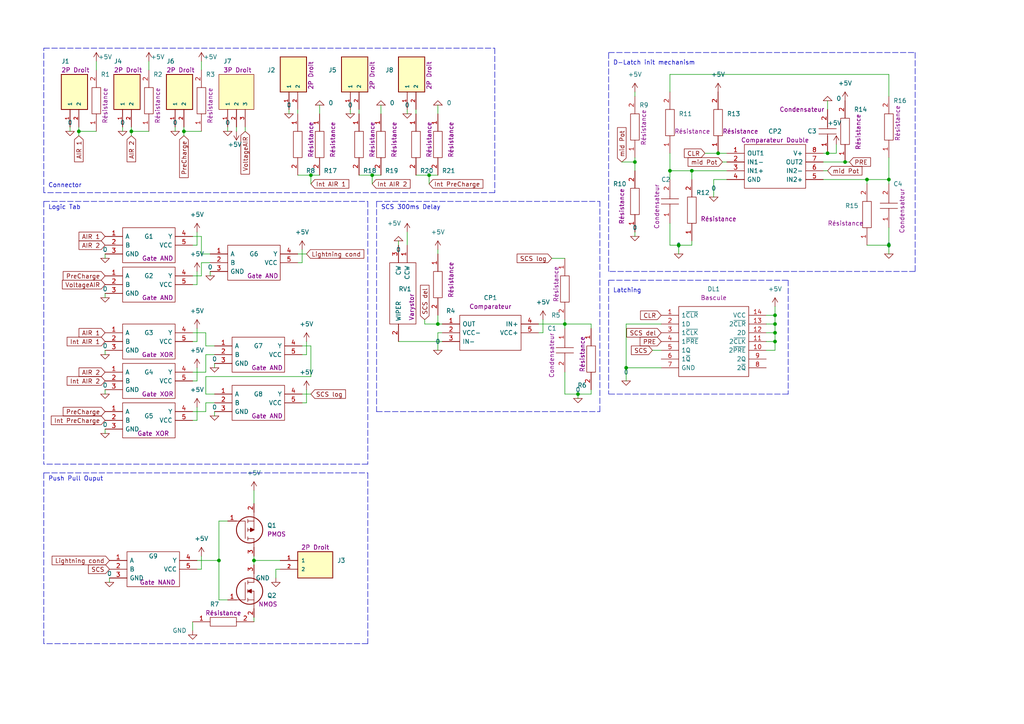
<source format=kicad_sch>
(kicad_sch (version 20211123) (generator eeschema)
  (paper "A4")
  (junction (at 181.61 106.68))
  (junction (at 200.66 49.53))
  (junction (at 257.81 71.12))
  (junction (at 184.15 46.99))
  (junction (at 224.79 99.06))
  (junction (at 224.79 91.44))
  (junction (at 194.31 49.53))
  (junction (at 73.66 162.56))
  (junction (at 196.85 71.12))
  (junction (at 63.5 162.56))
  (junction (at 245.11 46.99))
  (junction (at 167.64 114.3))
  (junction (at 224.79 96.52))
  (junction (at 127 93.98))
  (junction (at 251.46 52.07))
  (junction (at 90.17 50.8))
  (junction (at 240.03 44.45))
  (junction (at 208.28 44.45))
  (junction (at 124.46 50.8))
  (junction (at 22.86 38.1))
  (junction (at 38.1 38.1))
  (junction (at 107.95 50.8))
  (junction (at 53.34 38.1))
  (junction (at 257.81 52.07))
  (junction (at 224.79 93.98))
  (junction (at 163.83 93.98))
  (polyline (pts (xy 109.22 58.42) (xy 109.22 119.38)))
  (wire (pts (xy 200.66 69.85) (xy 200.66 71.12)))
  (wire (pts (xy 240.03 49.53) (xy 238.76 49.53)))
  (wire (pts (xy 238.76 52.07) (xy 251.46 52.07)))
  (wire (pts (xy 80.01 165.1) (xy 81.28 165.1)))
  (wire (pts (xy 222.25 101.6) (xy 224.79 101.6)))
  (polyline (pts (xy 176.53 78.74) (xy 176.53 15.24)))
  (wire (pts (xy 68.58 36.83) (xy 68.58 38.1)))
  (polyline (pts (xy 109.22 58.42) (xy 173.99 58.42)))
  (polyline (pts (xy 176.53 81.28) (xy 176.53 114.3)))
  (wire (pts (xy 63.5 173.99) (xy 66.04 173.99)))
  (wire (pts (xy 58.42 80.01) (xy 58.42 76.2)))
  (wire (pts (xy 55.88 107.95) (xy 59.69 107.95)))
  (wire (pts (xy 38.1 38.1) (xy 38.1 36.83)))
  (wire (pts (xy 55.88 96.52) (xy 59.69 96.52)))
  (wire (pts (xy 194.31 49.53) (xy 200.66 49.53)))
  (wire (pts (xy 50.8 36.83) (xy 50.8 38.1)))
  (wire (pts (xy 118.11 31.75) (xy 118.11 33.02)))
  (wire (pts (xy 120.65 33.02) (xy 120.65 31.75)))
  (wire (pts (xy 30.48 73.66) (xy 30.48 74.93)))
  (wire (pts (xy 181.61 93.98) (xy 181.61 106.68)))
  (wire (pts (xy 55.88 99.06) (xy 57.15 99.06)))
  (wire (pts (xy 124.46 50.8) (xy 127 50.8)))
  (wire (pts (xy 22.86 38.1) (xy 22.86 36.83)))
  (wire (pts (xy 90.17 109.22) (xy 59.69 109.22)))
  (wire (pts (xy 57.15 106.68) (xy 57.15 110.49)))
  (wire (pts (xy 208.28 44.45) (xy 210.82 44.45)))
  (wire (pts (xy 59.69 96.52) (xy 59.69 100.33)))
  (wire (pts (xy 224.79 93.98) (xy 224.79 91.44)))
  (wire (pts (xy 27.94 17.78) (xy 27.94 20.32)))
  (wire (pts (xy 128.27 96.52) (xy 127 96.52)))
  (wire (pts (xy 30.48 101.6) (xy 30.48 102.87)))
  (wire (pts (xy 246.38 46.99) (xy 245.11 46.99)))
  (wire (pts (xy 127 72.39) (xy 127 73.66)))
  (wire (pts (xy 55.88 71.12) (xy 57.15 71.12)))
  (wire (pts (xy 163.83 92.71) (xy 163.83 93.98)))
  (wire (pts (xy 87.63 102.87) (xy 88.9 102.87)))
  (wire (pts (xy 58.42 76.2) (xy 60.96 76.2)))
  (wire (pts (xy 53.34 39.37) (xy 53.34 38.1)))
  (wire (pts (xy 63.5 151.13) (xy 63.5 162.56)))
  (wire (pts (xy 167.64 114.3) (xy 167.64 115.57)))
  (wire (pts (xy 118.11 67.31) (xy 118.11 71.12)))
  (wire (pts (xy 59.69 100.33) (xy 62.23 100.33)))
  (wire (pts (xy 57.15 165.1) (xy 58.42 165.1)))
  (wire (pts (xy 171.45 93.98) (xy 163.83 93.98)))
  (wire (pts (xy 104.14 33.02) (xy 104.14 31.75)))
  (wire (pts (xy 194.31 44.45) (xy 194.31 49.53)))
  (wire (pts (xy 240.03 44.45) (xy 242.57 44.45)))
  (wire (pts (xy 196.85 71.12) (xy 196.85 73.66)))
  (wire (pts (xy 62.23 119.38) (xy 62.23 120.65)))
  (polyline (pts (xy 143.51 13.97) (xy 143.51 55.88)))
  (wire (pts (xy 57.15 162.56) (xy 63.5 162.56)))
  (wire (pts (xy 53.34 38.1) (xy 58.42 38.1)))
  (wire (pts (xy 53.34 38.1) (xy 53.34 36.83)))
  (polyline (pts (xy 228.6 114.3) (xy 176.53 114.3)))
  (wire (pts (xy 204.47 44.45) (xy 208.28 44.45)))
  (wire (pts (xy 120.65 50.8) (xy 124.46 50.8)))
  (wire (pts (xy 194.31 64.77) (xy 194.31 71.12)))
  (wire (pts (xy 104.14 50.8) (xy 107.95 50.8)))
  (wire (pts (xy 57.15 78.74) (xy 57.15 82.55)))
  (wire (pts (xy 59.69 107.95) (xy 59.69 102.87)))
  (wire (pts (xy 251.46 52.07) (xy 251.46 53.34)))
  (wire (pts (xy 90.17 53.34) (xy 90.17 50.8)))
  (wire (pts (xy 55.88 68.58) (xy 58.42 68.58)))
  (wire (pts (xy 88.9 99.06) (xy 88.9 102.87)))
  (polyline (pts (xy 109.22 119.38) (xy 173.99 119.38)))
  (polyline (pts (xy 143.51 55.88) (xy 12.7 55.88)))
  (wire (pts (xy 240.03 29.21) (xy 240.03 31.75)))
  (polyline (pts (xy 265.43 78.74) (xy 176.53 78.74)))
  (wire (pts (xy 257.81 45.72) (xy 257.81 52.07)))
  (wire (pts (xy 30.48 113.03) (xy 30.48 114.3)))
  (wire (pts (xy 60.96 78.74) (xy 60.96 80.01)))
  (wire (pts (xy 127 96.52) (xy 127 101.6)))
  (wire (pts (xy 59.69 102.87) (xy 62.23 102.87)))
  (wire (pts (xy 257.81 21.59) (xy 257.81 27.94)))
  (wire (pts (xy 73.66 179.07) (xy 73.66 180.34)))
  (wire (pts (xy 200.66 49.53) (xy 200.66 52.07)))
  (wire (pts (xy 73.66 162.56) (xy 81.28 162.56)))
  (wire (pts (xy 184.15 26.67) (xy 184.15 27.94)))
  (wire (pts (xy 191.77 93.98) (xy 181.61 93.98)))
  (wire (pts (xy 57.15 67.31) (xy 57.15 71.12)))
  (wire (pts (xy 184.15 45.72) (xy 184.15 46.99)))
  (wire (pts (xy 55.88 110.49) (xy 57.15 110.49)))
  (polyline (pts (xy 106.68 134.62) (xy 12.7 134.62)))
  (wire (pts (xy 83.82 31.75) (xy 83.82 33.02)))
  (wire (pts (xy 55.88 80.01) (xy 58.42 80.01)))
  (wire (pts (xy 55.88 121.92) (xy 57.15 121.92)))
  (wire (pts (xy 59.69 116.84) (xy 59.69 119.38)))
  (wire (pts (xy 38.1 38.1) (xy 43.18 38.1)))
  (wire (pts (xy 123.19 93.98) (xy 127 93.98)))
  (polyline (pts (xy 12.7 137.16) (xy 12.7 186.69)))
  (wire (pts (xy 194.31 49.53) (xy 194.31 52.07)))
  (polyline (pts (xy 265.43 15.24) (xy 265.43 78.74)))
  (wire (pts (xy 251.46 52.07) (xy 257.81 52.07)))
  (wire (pts (xy 224.79 96.52) (xy 224.79 93.98)))
  (wire (pts (xy 110.49 30.48) (xy 110.49 33.02)))
  (wire (pts (xy 224.79 88.9) (xy 224.79 91.44)))
  (wire (pts (xy 163.83 93.98) (xy 163.83 95.25)))
  (polyline (pts (xy 106.68 186.69) (xy 12.7 186.69)))
  (wire (pts (xy 242.57 44.45) (xy 242.57 41.91)))
  (wire (pts (xy 35.56 36.83) (xy 35.56 38.1)))
  (wire (pts (xy 181.61 106.68) (xy 191.77 106.68)))
  (wire (pts (xy 156.21 93.98) (xy 163.83 93.98)))
  (wire (pts (xy 63.5 162.56) (xy 63.5 173.99)))
  (wire (pts (xy 73.66 161.29) (xy 73.66 162.56)))
  (wire (pts (xy 194.31 21.59) (xy 194.31 26.67)))
  (polyline (pts (xy 12.7 13.97) (xy 143.51 13.97)))
  (wire (pts (xy 123.19 93.98) (xy 123.19 92.71)))
  (wire (pts (xy 156.21 96.52) (xy 157.48 96.52)))
  (wire (pts (xy 87.63 116.84) (xy 88.9 116.84)))
  (wire (pts (xy 20.32 36.83) (xy 20.32 38.1)))
  (wire (pts (xy 73.66 162.56) (xy 73.66 163.83)))
  (wire (pts (xy 107.95 53.34) (xy 107.95 50.8)))
  (wire (pts (xy 38.1 39.37) (xy 38.1 38.1)))
  (wire (pts (xy 163.83 107.95) (xy 163.83 114.3)))
  (wire (pts (xy 124.46 53.34) (xy 124.46 50.8)))
  (wire (pts (xy 238.76 44.45) (xy 240.03 44.45)))
  (wire (pts (xy 90.17 50.8) (xy 92.71 50.8)))
  (wire (pts (xy 55.88 119.38) (xy 59.69 119.38)))
  (wire (pts (xy 58.42 161.29) (xy 58.42 165.1)))
  (wire (pts (xy 22.86 38.1) (xy 27.94 38.1)))
  (polyline (pts (xy 176.53 15.24) (xy 265.43 15.24)))
  (wire (pts (xy 257.81 66.04) (xy 257.81 71.12)))
  (wire (pts (xy 87.63 114.3) (xy 90.17 114.3)))
  (wire (pts (xy 30.48 124.46) (xy 30.48 125.73)))
  (wire (pts (xy 196.85 71.12) (xy 200.66 71.12)))
  (wire (pts (xy 257.81 71.12) (xy 257.81 73.66)))
  (wire (pts (xy 30.48 85.09) (xy 30.48 86.36)))
  (wire (pts (xy 71.12 36.83) (xy 71.12 38.1)))
  (wire (pts (xy 194.31 21.59) (xy 257.81 21.59)))
  (wire (pts (xy 62.23 116.84) (xy 59.69 116.84)))
  (wire (pts (xy 184.15 46.99) (xy 180.34 46.99)))
  (wire (pts (xy 57.15 95.25) (xy 57.15 99.06)))
  (wire (pts (xy 181.61 106.68) (xy 181.61 110.49)))
  (wire (pts (xy 88.9 113.03) (xy 88.9 116.84)))
  (wire (pts (xy 224.79 99.06) (xy 224.79 101.6)))
  (wire (pts (xy 66.04 36.83) (xy 66.04 38.1)))
  (wire (pts (xy 207.01 57.15) (xy 207.01 52.07)))
  (wire (pts (xy 92.71 30.48) (xy 92.71 33.02)))
  (wire (pts (xy 31.75 167.64) (xy 31.75 168.91)))
  (wire (pts (xy 22.86 39.37) (xy 22.86 38.1)))
  (wire (pts (xy 58.42 68.58) (xy 58.42 73.66)))
  (wire (pts (xy 127 93.98) (xy 128.27 93.98)))
  (wire (pts (xy 115.57 71.12) (xy 115.57 69.85)))
  (wire (pts (xy 222.25 99.06) (xy 224.79 99.06)))
  (wire (pts (xy 222.25 91.44) (xy 224.79 91.44)))
  (wire (pts (xy 207.01 52.07) (xy 210.82 52.07)))
  (wire (pts (xy 245.11 46.99) (xy 238.76 46.99)))
  (wire (pts (xy 127 30.48) (xy 127 33.02)))
  (wire (pts (xy 222.25 96.52) (xy 224.79 96.52)))
  (wire (pts (xy 157.48 92.71) (xy 157.48 96.52)))
  (polyline (pts (xy 12.7 58.42) (xy 12.7 134.62)))
  (polyline (pts (xy 12.7 55.88) (xy 12.7 13.97)))
  (wire (pts (xy 80.01 165.1) (xy 80.01 167.64)))
  (wire (pts (xy 184.15 67.31) (xy 184.15 68.58)))
  (wire (pts (xy 86.36 33.02) (xy 86.36 31.75)))
  (polyline (pts (xy 228.6 81.28) (xy 228.6 114.3)))
  (polyline (pts (xy 106.68 137.16) (xy 106.68 186.69)))
  (wire (pts (xy 58.42 17.78) (xy 58.42 20.32)))
  (wire (pts (xy 57.15 118.11) (xy 57.15 121.92)))
  (wire (pts (xy 58.42 73.66) (xy 60.96 73.66)))
  (wire (pts (xy 224.79 96.52) (xy 224.79 99.06)))
  (wire (pts (xy 73.66 142.24) (xy 73.66 146.05)))
  (wire (pts (xy 127 91.44) (xy 127 93.98)))
  (polyline (pts (xy 176.53 81.28) (xy 228.6 81.28)))
  (wire (pts (xy 62.23 105.41) (xy 62.23 106.68)))
  (wire (pts (xy 167.64 114.3) (xy 163.83 114.3)))
  (wire (pts (xy 90.17 100.33) (xy 90.17 109.22)))
  (wire (pts (xy 200.66 49.53) (xy 210.82 49.53)))
  (polyline (pts (xy 173.99 119.38) (xy 173.99 58.42)))
  (wire (pts (xy 55.88 82.55) (xy 57.15 82.55)))
  (polyline (pts (xy 106.68 58.42) (xy 106.68 134.62)))
  (wire (pts (xy 171.45 113.03) (xy 171.45 114.3)))
  (wire (pts (xy 101.6 31.75) (xy 101.6 33.02)))
  (polyline (pts (xy 12.7 137.16) (xy 106.68 137.16)))
  (wire (pts (xy 55.88 180.34) (xy 55.88 182.88)))
  (wire (pts (xy 115.57 99.06) (xy 128.27 99.06)))
  (wire (pts (xy 171.45 95.25) (xy 171.45 93.98)))
  (wire (pts (xy 107.95 50.8) (xy 110.49 50.8)))
  (wire (pts (xy 43.18 17.78) (xy 43.18 20.32)))
  (wire (pts (xy 171.45 114.3) (xy 167.64 114.3)))
  (wire (pts (xy 194.31 71.12) (xy 196.85 71.12)))
  (wire (pts (xy 86.36 73.66) (xy 88.9 73.66)))
  (wire (pts (xy 66.04 151.13) (xy 63.5 151.13)))
  (polyline (pts (xy 12.7 58.42) (xy 106.68 58.42)))
  (wire (pts (xy 257.81 52.07) (xy 257.81 53.34)))
  (wire (pts (xy 86.36 76.2) (xy 87.63 76.2)))
  (wire (pts (xy 160.02 74.93) (xy 163.83 74.93)))
  (wire (pts (xy 87.63 100.33) (xy 90.17 100.33)))
  (wire (pts (xy 59.69 109.22) (xy 59.69 114.3)))
  (wire (pts (xy 251.46 71.12) (xy 257.81 71.12)))
  (wire (pts (xy 59.69 114.3) (xy 62.23 114.3)))
  (wire (pts (xy 189.23 101.6) (xy 191.77 101.6)))
  (wire (pts (xy 209.55 46.99) (xy 210.82 46.99)))
  (wire (pts (xy 87.63 72.39) (xy 87.63 76.2)))
  (wire (pts (xy 184.15 46.99) (xy 184.15 49.53)))
  (wire (pts (xy 86.36 50.8) (xy 90.17 50.8)))
  (wire (pts (xy 222.25 93.98) (xy 224.79 93.98)))
  (text "Logic Tab" (at 13.97 60.96 0) (effects (font (size 1.27 1.27)) (justify left bottom)))
  (text "Push Pull Ouput" (at 13.97 139.7 0) (effects (font (size 1.27 1.27)) (justify left bottom)))
  (text "Connector" (at 13.97 54.61 0) (effects (font (size 1.27 1.27)) (justify left bottom)))
  (text "Latching" (at 177.8 85.09 0) (effects (font (size 1.27 1.27)) (justify left bottom)))
  (text "D-Latch init mechanism" (at 177.8 19.05 0) (effects (font (size 1.27 1.27)) (justify left bottom)))
  (text "SCS 300ms Delay\n" (at 110.49 60.96 0) (effects (font (size 1.27 1.27)) (justify left bottom)))
  (global_label "VoltageAIR" (shape input) (at 30.48 82.55 180) (property "Intersheet References" "${INTERSHEET_REFS}" (effects hide)))
  (global_label "AIR 2" (shape input) (at 30.48 71.12 180) (property "Intersheet References" "${INTERSHEET_REFS}" (effects hide)))
  (global_label "AIR 1" (shape input) (at 30.48 96.52 180) (property "Intersheet References" "${INTERSHEET_REFS}" (effects hide)))
  (global_label "mid Pot" (shape input) (at 209.55 46.99 180) (property "Intersheet References" "${INTERSHEET_REFS}" (effects hide)))
  (global_label "PreCharge" (shape input) (at 30.48 119.38 180) (property "Intersheet References" "${INTERSHEET_REFS}" (effects hide)))
  (global_label "mid Pot" (shape input) (at 240.03 49.53 0) (property "Intersheet References" "${INTERSHEET_REFS}" (effects hide)))
  (global_label "Int PreCharge" (shape input) (at 30.48 121.92 180) (property "Intersheet References" "${INTERSHEET_REFS}" (effects hide)))
  (global_label "Int PreCharge" (shape input) (at 124.46 53.34 0) (property "Intersheet References" "${INTERSHEET_REFS}" (effects hide)))
  (global_label "SCS del" (shape input) (at 123.19 92.71 90) (property "Intersheet References" "${INTERSHEET_REFS}" (effects hide)))
  (global_label "Int AIR 2" (shape input) (at 30.48 110.49 180) (property "Intersheet References" "${INTERSHEET_REFS}" (effects hide)))
  (global_label "AIR 1" (shape input) (at 22.86 39.37 270) (property "Intersheet References" "${INTERSHEET_REFS}" (effects hide)))
  (global_label "AIR 2" (shape input) (at 38.1 39.37 270) (property "Intersheet References" "${INTERSHEET_REFS}" (effects hide)))
  (global_label "PreCharge" (shape input) (at 30.48 80.01 180) (property "Intersheet References" "${INTERSHEET_REFS}" (effects hide)))
  (global_label "CLR" (shape input) (at 204.47 44.45 180) (property "Intersheet References" "${INTERSHEET_REFS}" (effects hide)))
  (global_label "Lightning cond" (shape input) (at 88.9 73.66 0) (property "Intersheet References" "${INTERSHEET_REFS}" (effects hide)))
  (global_label "SCS log" (shape input) (at 160.02 74.93 180) (property "Intersheet References" "${INTERSHEET_REFS}" (effects hide)))
  (global_label "Lightning cond" (shape input) (at 31.75 162.56 180) (property "Intersheet References" "${INTERSHEET_REFS}" (effects hide)))
  (global_label "VoltageAIR" (shape input) (at 71.12 38.1 270) (property "Intersheet References" "${INTERSHEET_REFS}" (effects hide)))
  (global_label "SCS" (shape input) (at 189.23 101.6 180) (property "Intersheet References" "${INTERSHEET_REFS}" (effects hide)))
  (global_label "AIR 1" (shape input) (at 30.48 68.58 180) (property "Intersheet References" "${INTERSHEET_REFS}" (effects hide)))
  (global_label "SCS del" (shape input) (at 191.77 96.52 180) (property "Intersheet References" "${INTERSHEET_REFS}" (effects hide)))
  (global_label "Int AIR 1" (shape input) (at 90.17 53.34 0) (property "Intersheet References" "${INTERSHEET_REFS}" (effects hide)))
  (global_label "CLR" (shape input) (at 191.77 91.44 180) (property "Intersheet References" "${INTERSHEET_REFS}" (effects hide)))
  (global_label "Int AIR 1" (shape input) (at 30.48 99.06 180) (property "Intersheet References" "${INTERSHEET_REFS}" (effects hide)))
  (global_label "PRE" (shape input) (at 246.38 46.99 0) (property "Intersheet References" "${INTERSHEET_REFS}" (effects hide)))
  (global_label "PreCharge" (shape input) (at 53.34 39.37 270) (property "Intersheet References" "${INTERSHEET_REFS}" (effects hide)))
  (global_label "mid Pot" (shape input) (at 180.34 46.99 90) (property "Intersheet References" "${INTERSHEET_REFS}" (effects hide)))
  (global_label "PRE" (shape input) (at 191.77 99.06 180) (property "Intersheet References" "${INTERSHEET_REFS}" (effects hide)))
  (global_label "Int AIR 2" (shape input) (at 107.95 53.34 0) (property "Intersheet References" "${INTERSHEET_REFS}" (effects hide)))
  (global_label "SCS log" (shape input) (at 90.17 114.3 0) (property "Intersheet References" "${INTERSHEET_REFS}" (effects hide)))
  (global_label "SCS" (shape input) (at 31.75 165.1 180) (property "Intersheet References" "${INTERSHEET_REFS}" (effects hide)))
  (global_label "AIR 2" (shape input) (at 30.48 107.95 180) (property "Intersheet References" "${INTERSHEET_REFS}" (effects hide)))
  (symbol (lib_id "power:+5V") (at 224.79 88.9 0) (unit 1)
    (property "Reference" "#PWR020" (effects hide))
    (property "Value" "+5V" (at 224.79 83.82 0))
  )
  (symbol (lib_id "pspice:0") (at 31.75 168.91 0) (unit 1)
    (property "Reference" "#GND03" (effects hide))
    (property "Value" "0" (at 31.75 166.37 0))
  )
  (symbol (lib_id "EPSA_lib:Résistance RK73H2BLTDD2152F") (at 43.18 38.1 90) (unit 1)
    (property "Reference" "R2" (at 44.45 21.59 90) (effects (justify right)))
    (property "Value" "Résistance RK73H2BLTDD2152F" (effects hide))
    (property "Footprint" "EPSA_lib:RESC3216X70N" (effects hide))
    (property "Datasheet" "http://www.koaspeer.com/catimages/Products/RK73H/RK73H.pdf" (effects hide))
    (property "Description" "Thick Film Resistors - SMD" (effects hide))
    (property "Height" "0.7" (effects hide))
    (property "Manufacturer_Name" "KOA Speer" (effects hide))
    (property "Manufacturer_Part_Number" "RK73H2BLTDD2152F" (effects hide))
    (property "Mouser Part Number" "N/A" (effects hide))
    (property "Mouser Price/Stock" "https://www.mouser.co.uk/ProductDetail/KOA-Speer/RK73H2BLTDD2152F?qs=WeIALVmW3zmyxMFsjVzMRw%3D%3D" (effects hide))
    (property "Spice_Primitive" "R" (effects hide))
    (property "Spice_Model" "5k" (at 44.45 24.13 90) (effects (justify right)))
    (property "Spice_Netlist_Enabled" "N" (effects hide))
    (property "Render Name" "Résistance" (at 45.72 25.4 0) (effects (justify right)))
  )
  (symbol (lib_id "pspice:0") (at 240.03 29.21 180) (unit 1)
    (property "Reference" "#GND024" (effects hide))
    (property "Value" "0" (at 242.57 28.5749 0) (effects (justify right)))
  )
  (symbol (lib_id "pspice:0") (at 181.61 110.49 0) (unit 1)
    (property "Reference" "#GND022" (effects hide))
    (property "Value" "0" (at 181.61 107.95 0))
  )
  (symbol (lib_id "EPSA_lib:Résistance RK73H2BLTDD2152F") (at 127 33.02 270) (unit 1)
    (property "Reference" "R21" (at 132.08 49.53 90) (effects (justify right)))
    (property "Value" "Résistance RK73H2BLTDD2152F" (effects hide))
    (property "Footprint" "EPSA_lib:RESC3216X70N" (effects hide))
    (property "Datasheet" "http://www.koaspeer.com/catimages/Products/RK73H/RK73H.pdf" (effects hide))
    (property "Description" "Thick Film Resistors - SMD" (effects hide))
    (property "Height" "0.7" (effects hide))
    (property "Manufacturer_Name" "KOA Speer" (effects hide))
    (property "Manufacturer_Part_Number" "RK73H2BLTDD2152F" (effects hide))
    (property "Mouser Part Number" "N/A" (effects hide))
    (property "Mouser Price/Stock" "https://www.mouser.co.uk/ProductDetail/KOA-Speer/RK73H2BLTDD2152F?qs=WeIALVmW3zmyxMFsjVzMRw%3D%3D" (effects hide))
    (property "Spice_Primitive" "R" (effects hide))
    (property "Spice_Model" "10k" (at 132.08 46.99 90) (effects (justify right)))
    (property "Spice_Netlist_Enabled" "Y" (effects hide))
    (property "Render Name" "Résistance" (at 130.81 45.72 0) (effects (justify right)))
  )
  (symbol (lib_id "pspice:0") (at 62.23 120.65 0) (unit 1)
    (property "Reference" "#GND015" (effects hide))
    (property "Value" "0" (at 62.23 118.11 0))
  )
  (symbol (lib_id "EPSA_lib:Comparateur Double LM393LVDR") (at 210.82 44.45 0) (unit 1)
    (property "Reference" "CP2" (at 224.79 38.1 0))
    (property "Value" "Comparateur Double LM393LVDR" (effects hide))
    (property "Footprint" "EPSA_lib:SOIC127P600X175-8N" (effects hide))
    (property "Datasheet" "https://www.ti.com/lit/ds/symlink/lm393lv.pdf?ts=1609509320428&ref_url=https%253A%252F%252Feu.mouser.com%252F" (effects hide))
    (property "Description" "Analog Comparators 1.65-V to 5.5-V, low voltage dual commodity comparator" (effects hide))
    (property "Height" "1.75" (effects hide))
    (property "Manufacturer_Name" "Texas Instruments" (effects hide))
    (property "Manufacturer_Part_Number" "LM393LVDR" (effects hide))
    (property "Mouser Part Number" "595-LM393LVDR" (effects hide))
    (property "Mouser Price/Stock" "https://www.mouser.co.uk/ProductDetail/Texas-Instruments/LM393LVDR?qs=zW32dvEIR3vk5%2FzEI25KTQ%3D%3D" (effects hide))
    (property "Arrow Part Number" "LM393LVDR" (effects hide))
    (property "Arrow Price/Stock" "https://www.arrow.com/en/products/lm393lvdr/texas-instruments" (effects hide))
    (property "Spice_Primitive" "X" (effects hide))
    (property "Spice_Model" "LM2903B_Dual" (effects hide))
    (property "Spice_Netlist_Enabled" "Y" (effects hide))
    (property "Spice_Lib_File" "${EPSA}\\SpiceModel\\CD_lm393.lib" (effects hide))
    (property "Render Name" "Comparateur Double" (at 224.79 40.64 0))
  )
  (symbol (lib_id "EPSA_lib:Résistance RK73H2BLTDD2152F") (at 86.36 33.02 270) (unit 1)
    (property "Reference" "R8" (at 91.44 49.53 90) (effects (justify right)))
    (property "Value" "Résistance RK73H2BLTDD2152F" (effects hide))
    (property "Footprint" "EPSA_lib:RESC3216X70N" (effects hide))
    (property "Datasheet" "http://www.koaspeer.com/catimages/Products/RK73H/RK73H.pdf" (effects hide))
    (property "Description" "Thick Film Resistors - SMD" (effects hide))
    (property "Height" "0.7" (effects hide))
    (property "Manufacturer_Name" "KOA Speer" (effects hide))
    (property "Manufacturer_Part_Number" "RK73H2BLTDD2152F" (effects hide))
    (property "Mouser Part Number" "N/A" (effects hide))
    (property "Mouser Price/Stock" "https://www.mouser.co.uk/ProductDetail/KOA-Speer/RK73H2BLTDD2152F?qs=WeIALVmW3zmyxMFsjVzMRw%3D%3D" (effects hide))
    (property "Spice_Primitive" "R" (effects hide))
    (property "Spice_Model" "14k" (at 91.44 46.99 90) (effects (justify right)))
    (property "Spice_Netlist_Enabled" "Y" (effects hide))
    (property "Render Name" "Résistance" (at 90.17 45.72 0) (effects (justify right)))
  )
  (symbol (lib_id "EPSA_lib:Résistance RK73H2BLTDD2152F") (at 251.46 71.12 90) (unit 1)
    (property "Reference" "R15" (at 245.11 59.69 90) (effects (justify right)))
    (property "Value" "Résistance RK73H2BLTDD2152F" (effects hide))
    (property "Footprint" "EPSA_lib:RESC3216X70N" (effects hide))
    (property "Datasheet" "http://www.koaspeer.com/catimages/Products/RK73H/RK73H.pdf" (effects hide))
    (property "Description" "Thick Film Resistors - SMD" (effects hide))
    (property "Height" "0.7" (effects hide))
    (property "Manufacturer_Name" "KOA Speer" (effects hide))
    (property "Manufacturer_Part_Number" "RK73H2BLTDD2152F" (effects hide))
    (property "Mouser Part Number" "N/A" (effects hide))
    (property "Mouser Price/Stock" "https://www.mouser.co.uk/ProductDetail/KOA-Speer/RK73H2BLTDD2152F?qs=WeIALVmW3zmyxMFsjVzMRw%3D%3D" (effects hide))
    (property "Spice_Primitive" "R" (effects hide))
    (property "Spice_Model" "600k" (at 245.11 62.23 90) (effects (justify right)))
    (property "Spice_Netlist_Enabled" "Y" (effects hide))
    (property "Render Name" "Résistance" (at 240.03 64.77 90) (effects (justify right)))
  )
  (symbol (lib_id "EPSA_lib:Condensateur 0805Y1000104JXT") (at 257.81 66.04 90) (unit 1)
    (property "Reference" "C4" (at 259.08 53.34 90) (effects (justify right)))
    (property "Value" "Condensateur 0805Y1000104JXT" (effects hide))
    (property "Footprint" "EPSA_lib:CAPC2012X130N" (effects hide))
    (property "Datasheet" "http://docs-europe.electrocomponents.com/webdocs/119d/0900766b8119d7bc.pdf" (effects hide))
    (property "Description" "Syfer 0805 Ceramic Chip Capacitors" (effects hide))
    (property "Height" "1.3" (effects hide))
    (property "Manufacturer_Name" "Syfer" (effects hide))
    (property "Manufacturer_Part_Number" "0805Y1000104JXT" (effects hide))
    (property "Arrow Part Number" "0805Y1000104JXT" (effects hide))
    (property "Arrow Price/Stock" "https://www.arrow.com/en/products/0805y1000104jxt/syfer-technology?region=europe" (effects hide))
    (property "Spice_Primitive" "C" (effects hide))
    (property "Spice_Model" "2.2u" (at 259.08 68.58 90) (effects (justify right)))
    (property "Spice_Netlist_Enabled" "Y" (effects hide))
    (property "Render Name" "Condensateur" (at 261.62 54.61 0) (effects (justify right)))
  )
  (symbol (lib_id "EPSA_lib:Comparateur TS391ILT") (at 128.27 93.98 0) (unit 1)
    (property "Reference" "CP1" (at 142.24 86.36 0))
    (property "Value" "Comparateur TS391ILT" (effects hide))
    (property "Footprint" "EPSA_lib:SOT95P280X145-5N" (effects hide))
    (property "Datasheet" "http://www.st.com/st-web-ui/static/active/en/resource/technical/document/datasheet/CD00001660.pdf" (effects hide))
    (property "Description" "TS391ILT, Comparator Open Collector 0.3us 12 V, 15 V, 18 V, 24 V, 28 V, 3 V, 5 V, 9 V 5-Pin SOT-23" (effects hide))
    (property "Height" "1.45" (effects hide))
    (property "Manufacturer_Name" "STMicroelectronics" (effects hide))
    (property "Manufacturer_Part_Number" "TS391ILT" (effects hide))
    (property "Mouser Part Number" "511-TS391IL" (effects hide))
    (property "Mouser Price/Stock" "https://www.mouser.co.uk/ProductDetail/STMicroelectronics/TS391ILT?qs=P8h1tZw8GcB9GWR61XM17g%3D%3D" (effects hide))
    (property "Arrow Part Number" "TS391ILT" (effects hide))
    (property "Arrow Price/Stock" "https://www.arrow.com/en/products/ts391ilt/stmicroelectronics?region=europe" (effects hide))
    (property "Spice_Primitive" "X" (effects hide))
    (property "Spice_Model" "TS391" (effects hide))
    (property "Spice_Netlist_Enabled" "Y" (effects hide))
    (property "Spice_Node_Sequence" "4,3,5,2,1" (effects hide))
    (property "Spice_Lib_File" "${EPSA}\\SpiceModel\\C_ts391.lib" (effects hide))
    (property "Render Name" "Comparateur" (at 142.24 88.9 0))
  )
  (symbol (lib_id "EPSA_lib:2P Droit 2-11-2022") (at 83.82 21.59 90) (unit 1)
    (property "Reference" "J2" (at 77.47 20.32 90) (effects (justify right)))
    (property "Value" "2P Droit 2-11-2022" (effects hide))
    (property "Footprint" "EPSA_lib:MOLEX_22-11-2022" (effects hide))
    (property "MAXIMUM_PACKAGE_HEIGHT" "10.66mm" (effects hide))
    (property "PARTREV" "BD8" (effects hide))
    (property "STANDARD" "Manufacturer Recommendations" (effects hide))
    (property "MANUFACTURER" "Molex" (effects hide))
    (property "Spice_Primitive" "J" (effects hide))
    (property "Spice_Model" "22-11-2022" (effects hide))
    (property "Spice_Netlist_Enabled" "N" (effects hide))
    (property "Render Name" "2P Droit" (at 90.17 17.78 0) (effects (justify right)))
  )
  (symbol (lib_id "EPSA_lib:2P Droit 2-11-2022") (at 91.44 162.56 0) (unit 1)
    (property "Reference" "J3" (at 97.79 162.5599 0) (effects (justify left)))
    (property "Value" "2P Droit 2-11-2022" (effects hide))
    (property "Footprint" "EPSA_lib:MOLEX_22-11-2022" (effects hide))
    (property "MAXIMUM_PACKAGE_HEIGHT" "10.66mm" (effects hide))
    (property "PARTREV" "BD8" (effects hide))
    (property "STANDARD" "Manufacturer Recommendations" (effects hide))
    (property "MANUFACTURER" "Molex" (effects hide))
    (property "Spice_Primitive" "J" (effects hide))
    (property "Spice_Model" "22-11-2022" (effects hide))
    (property "Spice_Netlist_Enabled" "N" (effects hide))
    (property "Render Name" "2P Droit" (at 91.44 158.75 0))
  )
  (symbol (lib_id "EPSA_lib:Résistance RK73H2BLTDD2152F") (at 208.28 44.45 90) (unit 1)
    (property "Reference" "R13" (at 210.82 33.0199 90) (effects (justify right)))
    (property "Value" "Résistance RK73H2BLTDD2152F" (effects hide))
    (property "Footprint" "EPSA_lib:RESC3216X70N" (effects hide))
    (property "Datasheet" "http://www.koaspeer.com/catimages/Products/RK73H/RK73H.pdf" (effects hide))
    (property "Description" "Thick Film Resistors - SMD" (effects hide))
    (property "Height" "0.7" (effects hide))
    (property "Manufacturer_Name" "KOA Speer" (effects hide))
    (property "Manufacturer_Part_Number" "RK73H2BLTDD2152F" (effects hide))
    (property "Mouser Part Number" "N/A" (effects hide))
    (property "Mouser Price/Stock" "https://www.mouser.co.uk/ProductDetail/KOA-Speer/RK73H2BLTDD2152F?qs=WeIALVmW3zmyxMFsjVzMRw%3D%3D" (effects hide))
    (property "Spice_Primitive" "R" (effects hide))
    (property "Spice_Model" "5k" (at 210.82 35.5599 90) (effects (justify right)))
    (property "Spice_Netlist_Enabled" "Y" (effects hide))
    (property "Render Name" "Résistance" (at 209.55 38.1 90) (effects (justify right)))
  )
  (symbol (lib_id "EPSA_lib:Bascule D SN74HCS72QDRQ1") (at 191.77 91.44 0) (unit 1)
    (property "Reference" "DL1" (at 207.01 83.82 0))
    (property "Value" "Bascule D SN74HCS72QDRQ1" (effects hide))
    (property "Footprint" "EPSA_lib:SOIC127P600X175-14N" (effects hide))
    (property "Datasheet" "http://www.ti.com/general/docs/suppproductinfo.tsp?distId=10&gotoUrl=http%3A%2F%2Fwww.ti.com%2Flit%2Fgpn%2Fsn74hcs72-q1" (effects hide))
    (property "Description" "Flip-Flops Automotive Schmitt-trigger input dual D-type negative-edge-triggered flip-flops w/ clear and preset 14-SOIC -40 to 125" (effects hide))
    (property "Height" "1.75" (effects hide))
    (property "Manufacturer_Name" "Texas Instruments" (effects hide))
    (property "Manufacturer_Part_Number" "SN74HCS72QDRQ1" (effects hide))
    (property "Mouser Part Number" "595-SN74HCS72QDRQ1" (effects hide))
    (property "Mouser Price/Stock" "https://www.mouser.co.uk/ProductDetail/Texas-Instruments/SN74HCS72QDRQ1?qs=Cb2nCFKsA8rdYGfO8j6PMA%3D%3D" (effects hide))
    (property "Arrow Part Number" "SN74HCS72QDRQ1" (effects hide))
    (property "Arrow Price/Stock" "https://www.arrow.com/en/products/sn74hcs72qdrq1/texas-instruments?region=nac" (effects hide))
    (property "Spice_Primitive" "X" (effects hide))
    (property "Spice_Model" "SN74HCS72_Double" (effects hide))
    (property "Spice_Netlist_Enabled" "Y" (effects hide))
    (property "Spice_Lib_File" "${EPSA}\\SpiceModel\\BD_SN74HCS72.lib" (effects hide))
    (property "Render Name" "Bascule" (at 207.01 86.36 0))
  )
  (symbol (lib_id "EPSA_lib:Résistance RK73H2BLTDD2152F") (at 184.15 67.31 90) (unit 1)
    (property "Reference" "R10" (at 177.8 53.34 90) (effects (justify right)))
    (property "Value" "Résistance RK73H2BLTDD2152F" (effects hide))
    (property "Footprint" "EPSA_lib:RESC3216X70N" (effects hide))
    (property "Datasheet" "http://www.koaspeer.com/catimages/Products/RK73H/RK73H.pdf" (effects hide))
    (property "Description" "Thick Film Resistors - SMD" (effects hide))
    (property "Height" "0.7" (effects hide))
    (property "Manufacturer_Name" "KOA Speer" (effects hide))
    (property "Manufacturer_Part_Number" "RK73H2BLTDD2152F" (effects hide))
    (property "Mouser Part Number" "N/A" (effects hide))
    (property "Mouser Price/Stock" "https://www.mouser.co.uk/ProductDetail/KOA-Speer/RK73H2BLTDD2152F?qs=WeIALVmW3zmyxMFsjVzMRw%3D%3D" (effects hide))
    (property "Spice_Primitive" "R" (effects hide))
    (property "Spice_Model" "50k" (at 179.07 66.04 90) (effects (justify right)))
    (property "Spice_Netlist_Enabled" "Y" (effects hide))
    (property "Render Name" "Résistance" (at 180.34 54.61 0) (effects (justify right)))
  )
  (symbol (lib_id "pspice:0") (at 30.48 102.87 0) (unit 1)
    (property "Reference" "#GND010" (effects hide))
    (property "Value" "0" (at 30.48 100.33 0))
  )
  (symbol (lib_id "EPSA_lib:Gate AND SN74AHCT1G08DBVR") (at 60.96 73.66 0) (unit 1)
    (property "Reference" "G6" (at 73.66 73.66 0))
    (property "Value" "Gate AND SN74AHCT1G08DBVR" (effects hide))
    (property "Footprint" "EPSA_lib:SOT95P280X145-5N" (effects hide))
    (property "Datasheet" "https://datasheet.datasheetarchive.com/originals/distributors/SFDatasheet-6/sf-000128638.pdf" (effects hide))
    (property "Description" "SN74AHCT1G08DBVR, Logic Gate 2 Input AND, AHCT, 8mA 5V 5-Pin SOT-23" (effects hide))
    (property "Height" "1.45" (effects hide))
    (property "Manufacturer_Name" "Texas Instruments" (effects hide))
    (property "Manufacturer_Part_Number" "SN74AHCT1G08DBVR" (effects hide))
    (property "Mouser Part Number" "595-SN74AHCT1G08DBVR" (effects hide))
    (property "Mouser Price/Stock" "https://www.mouser.co.uk/ProductDetail/Texas-Instruments/SN74AHCT1G08DBVR?qs=8Pd2FuFSoMGY9AK%2Ftqwbcw%3D%3D" (effects hide))
    (property "Arrow Part Number" "SN74AHCT1G08DBVR" (effects hide))
    (property "Arrow Price/Stock" "https://www.arrow.com/en/products/sn74ahct1g08dbvr/texas-instruments?region=nac" (effects hide))
    (property "Spice_Primitive" "X" (effects hide))
    (property "Spice_Model" "SN74AHC1G08" (effects hide))
    (property "Spice_Netlist_Enabled" "Y" (effects hide))
    (property "Spice_Node_Sequence" "4,1,2,5,3" (effects hide))
    (property "Spice_Lib_File" "${EPSA}\\SpiceModel\\AND_SN74AHC1G08.lib" (effects hide))
    (property "Render Name" "Gate AND" (at 76.2 80.01 0))
  )
  (symbol (lib_id "EPSA_lib:Condensateur 0805Y1000104JXT") (at 240.03 44.45 90) (unit 1)
    (property "Reference" "C3" (at 234.1739 38.0324 90) (effects (justify right)))
    (property "Value" "Condensateur 0805Y1000104JXT" (effects hide))
    (property "Footprint" "EPSA_lib:CAPC2012X130N" (effects hide))
    (property "Datasheet" "http://docs-europe.electrocomponents.com/webdocs/119d/0900766b8119d7bc.pdf" (effects hide))
    (property "Description" "Syfer 0805 Ceramic Chip Capacitors" (effects hide))
    (property "Height" "1.3" (effects hide))
    (property "Manufacturer_Name" "Syfer" (effects hide))
    (property "Manufacturer_Part_Number" "0805Y1000104JXT" (effects hide))
    (property "Arrow Part Number" "0805Y1000104JXT" (effects hide))
    (property "Arrow Price/Stock" "https://www.arrow.com/en/products/0805y1000104jxt/syfer-technology?region=europe" (effects hide))
    (property "Spice_Primitive" "C" (effects hide))
    (property "Spice_Model" "0.1u" (at 234.95 35.56 90) (effects (justify right)))
    (property "Spice_Netlist_Enabled" "Y" (effects hide))
    (property "Render Name" "Condensateur" (at 226.06 31.75 90) (effects (justify right)))
  )
  (symbol (lib_id "power:+5V") (at 208.28 26.67 0) (unit 1)
    (property "Reference" "#PWR017" (effects hide))
    (property "Value" "+5V" (at 208.28 21.59 0))
  )
  (symbol (lib_id "EPSA_lib:Résistance RK73H2BLTDD2152F") (at 92.71 33.02 270) (unit 1)
    (property "Reference" "R17" (at 97.79 49.53 90) (effects (justify right)))
    (property "Value" "Résistance RK73H2BLTDD2152F" (effects hide))
    (property "Footprint" "EPSA_lib:RESC3216X70N" (effects hide))
    (property "Datasheet" "http://www.koaspeer.com/catimages/Products/RK73H/RK73H.pdf" (effects hide))
    (property "Description" "Thick Film Resistors - SMD" (effects hide))
    (property "Height" "0.7" (effects hide))
    (property "Manufacturer_Name" "KOA Speer" (effects hide))
    (property "Manufacturer_Part_Number" "RK73H2BLTDD2152F" (effects hide))
    (property "Mouser Part Number" "N/A" (effects hide))
    (property "Mouser Price/Stock" "https://www.mouser.co.uk/ProductDetail/KOA-Speer/RK73H2BLTDD2152F?qs=WeIALVmW3zmyxMFsjVzMRw%3D%3D" (effects hide))
    (property "Spice_Primitive" "R" (effects hide))
    (property "Spice_Model" "10k" (at 97.79 46.99 90) (effects (justify right)))
    (property "Spice_Netlist_Enabled" "Y" (effects hide))
    (property "Render Name" "Résistance" (at 96.52 45.72 0) (effects (justify right)))
  )
  (symbol (lib_id "pspice:0") (at 60.96 80.01 0) (unit 1)
    (property "Reference" "#GND013" (effects hide))
    (property "Value" "0" (at 60.96 77.47 0))
  )
  (symbol (lib_id "pspice:0") (at 92.71 30.48 180) (unit 1)
    (property "Reference" "#GND05" (effects hide))
    (property "Value" "0" (at 95.25 29.8449 0) (effects (justify right)))
  )
  (symbol (lib_id "EPSA_lib:2P Droit 2-11-2022") (at 35.56 26.67 90) (unit 1)
    (property "Reference" "J4" (at 33.02 17.78 90) (effects (justify right)))
    (property "Value" "2P Droit 2-11-2022" (effects hide))
    (property "Footprint" "EPSA_lib:MOLEX_22-11-2022" (effects hide))
    (property "MAXIMUM_PACKAGE_HEIGHT" "10.66mm" (effects hide))
    (property "PARTREV" "BD8" (effects hide))
    (property "STANDARD" "Manufacturer Recommendations" (effects hide))
    (property "MANUFACTURER" "Molex" (effects hide))
    (property "Spice_Primitive" "J" (effects hide))
    (property "Spice_Model" "22-11-2022" (effects hide))
    (property "Spice_Netlist_Enabled" "N" (effects hide))
    (property "Render Name" "2P Droit" (at 33.02 20.32 90) (effects (justify right)))
  )
  (symbol (lib_id "power:+5V") (at 57.15 95.25 0) (unit 1)
    (property "Reference" "#PWR06" (effects hide))
    (property "Value" "+5V" (at 57.15 90.17 0))
  )
  (symbol (lib_id "EPSA_lib:Résistance RK73H2BLTDD2152F") (at 171.45 95.25 270) (unit 1)
    (property "Reference" "R6" (at 170.18 111.76 90) (effects (justify right)))
    (property "Value" "Résistance RK73H2BLTDD2152F" (effects hide))
    (property "Footprint" "EPSA_lib:RESC3216X70N" (effects hide))
    (property "Datasheet" "http://www.koaspeer.com/catimages/Products/RK73H/RK73H.pdf" (effects hide))
    (property "Description" "Thick Film Resistors - SMD" (effects hide))
    (property "Height" "0.7" (effects hide))
    (property "Manufacturer_Name" "KOA Speer" (effects hide))
    (property "Manufacturer_Part_Number" "RK73H2BLTDD2152F" (effects hide))
    (property "Mouser Part Number" "N/A" (effects hide))
    (property "Mouser Price/Stock" "https://www.mouser.co.uk/ProductDetail/KOA-Speer/RK73H2BLTDD2152F?qs=WeIALVmW3zmyxMFsjVzMRw%3D%3D" (effects hide))
    (property "Spice_Primitive" "R" (effects hide))
    (property "Spice_Model" "390k" (at 170.18 109.22 90) (effects (justify right)))
    (property "Spice_Netlist_Enabled" "Y" (effects hide))
    (property "Render Name" "Résistance" (at 168.91 107.95 0) (effects (justify right)))
  )
  (symbol (lib_id "EPSA_lib:Gate XOR SN74AHCT1G86DBVR") (at 30.48 107.95 0) (unit 1)
    (property "Reference" "G4" (at 43.18 107.95 0))
    (property "Value" "Gate XOR SN74AHCT1G86DBVR" (effects hide))
    (property "Footprint" "EPSA_lib:SOT95P280X145-5N" (effects hide))
    (property "Datasheet" "http://www.ti.com/lit/gpn/sn74ahct1g86" (effects hide))
    (property "Description" "TEXAS INSTRUMENTS - SN74AHCT1G86DBVR - IC, SINGLE XOR GATE, 2I/P, SOT-23-5,REEL" (effects hide))
    (property "Height" "1.45" (effects hide))
    (property "Manufacturer_Name" "Texas Instruments" (effects hide))
    (property "Manufacturer_Part_Number" "SN74AHCT1G86DBVR" (effects hide))
    (property "Mouser Part Number" "595-SN74AHCT1G86DBVR" (effects hide))
    (property "Mouser Price/Stock" "https://www.mouser.co.uk/ProductDetail/Texas-Instruments/SN74AHCT1G86DBVR?qs=mTHRaKC2c7PDlak%2Fu%252BIXNw%3D%3D" (effects hide))
    (property "Arrow Part Number" "SN74AHCT1G86DBVR" (effects hide))
    (property "Arrow Price/Stock" "https://www.arrow.com/en/products/sn74ahct1g86dbvr/texas-instruments" (effects hide))
    (property "Spice_Primitive" "X" (effects hide))
    (property "Spice_Model" "SN74AHCT1G86" (effects hide))
    (property "Spice_Netlist_Enabled" "Y" (effects hide))
    (property "Spice_Node_Sequence" "4,1,2,5,3" (effects hide))
    (property "Spice_Lib_File" "${EPSA}\\SpiceModel\\XOR_SN74AHCT1G86.lib" (effects hide))
    (property "Render Name" "Gate XOR" (at 45.72 114.3 0))
  )
  (symbol (lib_id "pspice:0") (at 127 101.6 0) (unit 1)
    (property "Reference" "#GND017" (effects hide))
    (property "Value" "0" (at 127 99.06 0))
  )
  (symbol (lib_id "EPSA_lib:NMOS SQ2348ES-T1_GE3") (at 78.105 187.325 90) (unit 1)
    (property "Reference" "Q2" (at 77.47 172.72 90) (effects (justify right)))
    (property "Value" "NMOS SQ2348ES-T1_GE3" (effects hide))
    (property "Footprint" "EPSA_lib:SOT95P237X112-3N" (effects hide))
    (property "Datasheet" "http://www.vishay.com/docs/63706/sq2348es.pdf" (effects hide))
    (property "Description" "VISHAY - SQ2348ES-T1_GE3 - MOSFET, AEC-Q101, N-CH, 30V, SOT-23" (effects hide))
    (property "Height" "1.12" (effects hide))
    (property "Manufacturer_Name" "Vishay" (effects hide))
    (property "Manufacturer_Part_Number" "SQ2348ES-T1_GE3" (effects hide))
    (property "Mouser Part Number" "781-SQ2348ES-T1_GE3" (effects hide))
    (property "Mouser Price/Stock" "https://www.mouser.co.uk/ProductDetail/Vishay-Siliconix/SQ2348ES-T1_GE3?qs=jHkklCh7amgC88blremf%252Bw%3D%3D" (effects hide))
    (property "Arrow Part Number" "SQ2348ES-T1_GE3" (effects hide))
    (property "Arrow Price/Stock" "https://www.arrow.com/en/products/sq2348es-t1-ge3/vishay?region=nac" (effects hide))
    (property "Spice_Primitive" "X" (effects hide))
    (property "Spice_Model" "SQ2348ES" (effects hide))
    (property "Spice_Netlist_Enabled" "Y" (effects hide))
    (property "Spice_Node_Sequence" "3,1,2" (effects hide))
    (property "Spice_Lib_File" "${EPSA}\\SpiceModel\\NMOS_SQ2348ES_PS Rev A.LIB" (effects hide))
    (property "Render Name" "NMOS" (at 74.93 175.26 90) (effects (justify right)))
  )
  (symbol (lib_id "power:GND") (at 80.01 167.64 0) (unit 1)
    (property "Reference" "#PWR024" (effects hide))
    (property "Value" "GND" (at 76.2 167.64 0))
  )
  (symbol (lib_id "power:+5V") (at 57.15 78.74 0) (unit 1)
    (property "Reference" "#PWR05" (effects hide))
    (property "Value" "+5V" (at 57.15 73.66 0))
  )
  (symbol (lib_id "EPSA_lib:Résistance RK73H2BLTDD2152F") (at 184.15 45.72 90) (unit 1)
    (property "Reference" "R9" (at 185.42 30.48 90) (effects (justify right)))
    (property "Value" "Résistance RK73H2BLTDD2152F" (effects hide))
    (property "Footprint" "EPSA_lib:RESC3216X70N" (effects hide))
    (property "Datasheet" "http://www.koaspeer.com/catimages/Products/RK73H/RK73H.pdf" (effects hide))
    (property "Description" "Thick Film Resistors - SMD" (effects hide))
    (property "Height" "0.7" (effects hide))
    (property "Manufacturer_Name" "KOA Speer" (effects hide))
    (property "Manufacturer_Part_Number" "RK73H2BLTDD2152F" (effects hide))
    (property "Mouser Part Number" "N/A" (effects hide))
    (property "Mouser Price/Stock" "https://www.mouser.co.uk/ProductDetail/KOA-Speer/RK73H2BLTDD2152F?qs=WeIALVmW3zmyxMFsjVzMRw%3D%3D" (effects hide))
    (property "Spice_Primitive" "R" (effects hide))
    (property "Spice_Model" "100k" (at 185.42 43.18 90) (effects (justify right)))
    (property "Spice_Netlist_Enabled" "Y" (effects hide))
    (property "Render Name" "Résistance" (at 186.69 31.75 0) (effects (justify right)))
  )
  (symbol (lib_id "pspice:0") (at 35.56 38.1 0) (unit 1)
    (property "Reference" "#GND04" (effects hide))
    (property "Value" "0" (at 35.56 35.56 0))
  )
  (symbol (lib_id "pspice:0") (at 207.01 57.15 0) (unit 1)
    (property "Reference" "#GND023" (effects hide))
    (property "Value" "0" (at 207.01 54.61 0))
  )
  (symbol (lib_id "power:+5V") (at 88.9 99.06 0) (unit 1)
    (property "Reference" "#PWR011" (effects hide))
    (property "Value" "+5V" (at 88.9 93.98 0))
  )
  (symbol (lib_id "EPSA_lib:Condensateur 0805Y1000104JXT") (at 194.31 64.77 90) (unit 1)
    (property "Reference" "C2" (at 191.77 52.07 90) (effects (justify right)))
    (property "Value" "Condensateur 0805Y1000104JXT" (effects hide))
    (property "Footprint" "EPSA_lib:CAPC2012X130N" (effects hide))
    (property "Datasheet" "http://docs-europe.electrocomponents.com/webdocs/119d/0900766b8119d7bc.pdf" (effects hide))
    (property "Description" "Syfer 0805 Ceramic Chip Capacitors" (effects hide))
    (property "Height" "1.3" (effects hide))
    (property "Manufacturer_Name" "Syfer" (effects hide))
    (property "Manufacturer_Part_Number" "0805Y1000104JXT" (effects hide))
    (property "Arrow Part Number" "0805Y1000104JXT" (effects hide))
    (property "Arrow Price/Stock" "https://www.arrow.com/en/products/0805y1000104jxt/syfer-technology?region=europe" (effects hide))
    (property "Spice_Primitive" "C" (effects hide))
    (property "Spice_Model" "1u" (at 191.77 66.04 90) (effects (justify right)))
    (property "Spice_Netlist_Enabled" "Y" (effects hide))
    (property "Render Name" "Condensateur" (at 190.5 53.34 0) (effects (justify right)))
  )
  (symbol (lib_id "pspice:0") (at 101.6 33.02 0) (unit 1)
    (property "Reference" "#GND020" (effects hide))
    (property "Value" "0" (at 101.6 30.48 0))
  )
  (symbol (lib_id "EPSA_lib:Résistance RK73H2BLTDD2152F") (at 55.88 180.34 0) (unit 1)
    (property "Reference" "R7" (at 62.23 175.26 0))
    (property "Value" "Résistance RK73H2BLTDD2152F" (effects hide))
    (property "Footprint" "EPSA_lib:RESC3216X70N" (effects hide))
    (property "Datasheet" "http://www.koaspeer.com/catimages/Products/RK73H/RK73H.pdf" (effects hide))
    (property "Description" "Thick Film Resistors - SMD" (effects hide))
    (property "Height" "0.7" (effects hide))
    (property "Manufacturer_Name" "KOA Speer" (effects hide))
    (property "Manufacturer_Part_Number" "RK73H2BLTDD2152F" (effects hide))
    (property "Mouser Part Number" "N/A" (effects hide))
    (property "Mouser Price/Stock" "https://www.mouser.co.uk/ProductDetail/KOA-Speer/RK73H2BLTDD2152F?qs=WeIALVmW3zmyxMFsjVzMRw%3D%3D" (effects hide))
    (property "Spice_Primitive" "R" (effects hide))
    (property "Spice_Model" "10" (at 64.77 176.53 0))
    (property "Spice_Netlist_Enabled" "Y" (effects hide))
    (property "Render Name" "Résistance" (at 64.77 177.8 0))
  )
  (symbol (lib_id "pspice:0") (at 184.15 68.58 0) (unit 1)
    (property "Reference" "#GND019" (effects hide))
    (property "Value" "0" (at 184.15 66.04 0))
  )
  (symbol (lib_id "power:+5V") (at 73.66 142.24 0) (unit 1)
    (property "Reference" "#PWR023" (effects hide))
    (property "Value" "+5V" (at 73.66 137.16 0))
  )
  (symbol (lib_id "power:+5V") (at 127 72.39 0) (unit 1)
    (property "Reference" "#PWR014" (effects hide))
    (property "Value" "+5V" (at 127 67.31 0))
  )
  (symbol (lib_id "power:GND") (at 55.88 182.88 0) (unit 1)
    (property "Reference" "#PWR021" (effects hide))
    (property "Value" "GND" (at 52.07 182.88 0))
  )
  (symbol (lib_id "power:+5V") (at 87.63 72.39 0) (unit 1)
    (property "Reference" "#PWR010" (effects hide))
    (property "Value" "+5V" (at 87.63 67.31 0))
  )
  (symbol (lib_id "EPSA_lib:Gate AND SN74AHCT1G08DBVR") (at 62.23 100.33 0) (unit 1)
    (property "Reference" "G7" (at 74.93 100.33 0))
    (property "Value" "Gate AND SN74AHCT1G08DBVR" (effects hide))
    (property "Footprint" "EPSA_lib:SOT95P280X145-5N" (effects hide))
    (property "Datasheet" "https://datasheet.datasheetarchive.com/originals/distributors/SFDatasheet-6/sf-000128638.pdf" (effects hide))
    (property "Description" "SN74AHCT1G08DBVR, Logic Gate 2 Input AND, AHCT, 8mA 5V 5-Pin SOT-23" (effects hide))
    (property "Height" "1.45" (effects hide))
    (property "Manufacturer_Name" "Texas Instruments" (effects hide))
    (property "Manufacturer_Part_Number" "SN74AHCT1G08DBVR" (effects hide))
    (property "Mouser Part Number" "595-SN74AHCT1G08DBVR" (effects hide))
    (property "Mouser Price/Stock" "https://www.mouser.co.uk/ProductDetail/Texas-Instruments/SN74AHCT1G08DBVR?qs=8Pd2FuFSoMGY9AK%2Ftqwbcw%3D%3D" (effects hide))
    (property "Arrow Part Number" "SN74AHCT1G08DBVR" (effects hide))
    (property "Arrow Price/Stock" "https://www.arrow.com/en/products/sn74ahct1g08dbvr/texas-instruments?region=nac" (effects hide))
    (property "Spice_Primitive" "X" (effects hide))
    (property "Spice_Model" "SN74AHC1G08" (effects hide))
    (property "Spice_Netlist_Enabled" "Y" (effects hide))
    (property "Spice_Node_Sequence" "4,1,2,5,3" (effects hide))
    (property "Spice_Lib_File" "${EPSA}\\SpiceModel\\AND_SN74AHC1G08.lib" (effects hide))
    (property "Render Name" "Gate AND" (at 77.47 106.68 0))
  )
  (symbol (lib_id "pspice:0") (at 62.23 106.68 0) (unit 1)
    (property "Reference" "#GND014" (effects hide))
    (property "Value" "0" (at 62.23 104.14 0))
  )
  (symbol (lib_id "EPSA_lib:Résistance RK73H2BLTDD2152F") (at 257.81 45.72 90) (unit 1)
    (property "Reference" "R16" (at 259.08 29.21 90) (effects (justify right)))
    (property "Value" "Résistance RK73H2BLTDD2152F" (effects hide))
    (property "Footprint" "EPSA_lib:RESC3216X70N" (effects hide))
    (property "Datasheet" "http://www.koaspeer.com/catimages/Products/RK73H/RK73H.pdf" (effects hide))
    (property "Description" "Thick Film Resistors - SMD" (effects hide))
    (property "Height" "0.7" (effects hide))
    (property "Manufacturer_Name" "KOA Speer" (effects hide))
    (property "Manufacturer_Part_Number" "RK73H2BLTDD2152F" (effects hide))
    (property "Mouser Part Number" "N/A" (effects hide))
    (property "Mouser Price/Stock" "https://www.mouser.co.uk/ProductDetail/KOA-Speer/RK73H2BLTDD2152F?qs=WeIALVmW3zmyxMFsjVzMRw%3D%3D" (effects hide))
    (property "Spice_Primitive" "R" (effects hide))
    (property "Spice_Model" "500k" (at 259.08 43.18 90) (effects (justify right)))
    (property "Spice_Netlist_Enabled" "Y" (effects hide))
    (property "Render Name" "Résistance" (at 260.35 30.48 0) (effects (justify right)))
  )
  (symbol (lib_id "power:+5V") (at 118.11 67.31 0) (unit 1)
    (property "Reference" "#PWR013" (effects hide))
    (property "Value" "+5V" (at 114.3 64.77 0))
  )
  (symbol (lib_id "EPSA_lib:Gate AND SN74AHCT1G08DBVR") (at 30.48 68.58 0) (unit 1)
    (property "Reference" "G1" (at 43.18 68.58 0))
    (property "Value" "Gate AND SN74AHCT1G08DBVR" (effects hide))
    (property "Footprint" "EPSA_lib:SOT95P280X145-5N" (effects hide))
    (property "Datasheet" "https://datasheet.datasheetarchive.com/originals/distributors/SFDatasheet-6/sf-000128638.pdf" (effects hide))
    (property "Description" "SN74AHCT1G08DBVR, Logic Gate 2 Input AND, AHCT, 8mA 5V 5-Pin SOT-23" (effects hide))
    (property "Height" "1.45" (effects hide))
    (property "Manufacturer_Name" "Texas Instruments" (effects hide))
    (property "Manufacturer_Part_Number" "SN74AHCT1G08DBVR" (effects hide))
    (property "Mouser Part Number" "595-SN74AHCT1G08DBVR" (effects hide))
    (property "Mouser Price/Stock" "https://www.mouser.co.uk/ProductDetail/Texas-Instruments/SN74AHCT1G08DBVR?qs=8Pd2FuFSoMGY9AK%2Ftqwbcw%3D%3D" (effects hide))
    (property "Arrow Part Number" "SN74AHCT1G08DBVR" (effects hide))
    (property "Arrow Price/Stock" "https://www.arrow.com/en/products/sn74ahct1g08dbvr/texas-instruments?region=nac" (effects hide))
    (property "Spice_Primitive" "X" (effects hide))
    (property "Spice_Model" "SN74AHC1G08" (effects hide))
    (property "Spice_Netlist_Enabled" "Y" (effects hide))
    (property "Spice_Node_Sequence" "4,1,2,5,3" (effects hide))
    (property "Spice_Lib_File" "${EPSA}\\SpiceModel\\AND_SN74AHC1G08.lib" (effects hide))
    (property "Render Name" "Gate AND" (at 45.72 74.93 0))
  )
  (symbol (lib_id "pspice:0") (at 196.85 73.66 0) (unit 1)
    (property "Reference" "#GND021" (effects hide))
    (property "Value" "0" (at 196.85 71.12 0))
  )
  (symbol (lib_id "EPSA_lib:2P Droit 2-11-2022") (at 101.6 21.59 90) (unit 1)
    (property "Reference" "J5" (at 95.25 20.32 90) (effects (justify right)))
    (property "Value" "2P Droit 2-11-2022" (effects hide))
    (property "Footprint" "EPSA_lib:MOLEX_22-11-2022" (effects hide))
    (property "MAXIMUM_PACKAGE_HEIGHT" "10.66mm" (effects hide))
    (property "PARTREV" "BD8" (effects hide))
    (property "STANDARD" "Manufacturer Recommendations" (effects hide))
    (property "MANUFACTURER" "Molex" (effects hide))
    (property "Spice_Primitive" "J" (effects hide))
    (property "Spice_Model" "22-11-2022" (effects hide))
    (property "Spice_Netlist_Enabled" "N" (effects hide))
    (property "Render Name" "2P Droit" (at 107.95 17.78 0) (effects (justify right)))
  )
  (symbol (lib_id "power:+5V") (at 57.15 67.31 0) (unit 1)
    (property "Reference" "#PWR04" (effects hide))
    (property "Value" "+5V" (at 57.15 62.23 0))
  )
  (symbol (lib_id "EPSA_lib:Gate XOR SN74AHCT1G86DBVR") (at 30.48 119.38 0) (unit 1)
    (property "Reference" "G5" (at 43.18 120.65 0))
    (property "Value" "Gate XOR SN74AHCT1G86DBVR" (effects hide))
    (property "Footprint" "EPSA_lib:SOT95P280X145-5N" (effects hide))
    (property "Datasheet" "http://www.ti.com/lit/gpn/sn74ahct1g86" (effects hide))
    (property "Description" "TEXAS INSTRUMENTS - SN74AHCT1G86DBVR - IC, SINGLE XOR GATE, 2I/P, SOT-23-5,REEL" (effects hide))
    (property "Height" "1.45" (effects hide))
    (property "Manufacturer_Name" "Texas Instruments" (effects hide))
    (property "Manufacturer_Part_Number" "SN74AHCT1G86DBVR" (effects hide))
    (property "Mouser Part Number" "595-SN74AHCT1G86DBVR" (effects hide))
    (property "Mouser Price/Stock" "https://www.mouser.co.uk/ProductDetail/Texas-Instruments/SN74AHCT1G86DBVR?qs=mTHRaKC2c7PDlak%2Fu%252BIXNw%3D%3D" (effects hide))
    (property "Arrow Part Number" "SN74AHCT1G86DBVR" (effects hide))
    (property "Arrow Price/Stock" "https://www.arrow.com/en/products/sn74ahct1g86dbvr/texas-instruments" (effects hide))
    (property "Spice_Primitive" "X" (effects hide))
    (property "Spice_Model" "SN74AHCT1G86" (effects hide))
    (property "Spice_Netlist_Enabled" "Y" (effects hide))
    (property "Spice_Node_Sequence" "4,1,2,5,3" (effects hide))
    (property "Spice_Lib_File" "${EPSA}\\SpiceModel\\XOR_SN74AHCT1G86.lib" (effects hide))
    (property "Render Name" "Gate XOR" (at 44.45 125.73 0))
  )
  (symbol (lib_id "pspice:0") (at 30.48 114.3 0) (unit 1)
    (property "Reference" "#GND011" (effects hide))
    (property "Value" "0" (at 30.48 111.76 0))
  )
  (symbol (lib_id "power:+5V") (at 242.57 41.91 0) (unit 1)
    (property "Reference" "#PWR018" (effects hide))
    (property "Value" "+5V" (at 242.0331 35.67 0))
  )
  (symbol (lib_id "pspice:0") (at 20.32 38.1 0) (unit 1)
    (property "Reference" "#GND01" (effects hide))
    (property "Value" "0" (at 20.32 35.56 0))
  )
  (symbol (lib_id "power:+5V") (at 27.94 17.78 0) (unit 1)
    (property "Reference" "#PWR01" (effects hide))
    (property "Value" "+5V" (at 30.48 16.51 0))
  )
  (symbol (lib_id "EPSA_lib:Résistance RK73H2BLTDD2152F") (at 27.94 38.1 90) (unit 1)
    (property "Reference" "R1" (at 29.21 21.59 90) (effects (justify right)))
    (property "Value" "Résistance RK73H2BLTDD2152F" (effects hide))
    (property "Footprint" "EPSA_lib:RESC3216X70N" (effects hide))
    (property "Datasheet" "http://www.koaspeer.com/catimages/Products/RK73H/RK73H.pdf" (effects hide))
    (property "Description" "Thick Film Resistors - SMD" (effects hide))
    (property "Height" "0.7" (effects hide))
    (property "Manufacturer_Name" "KOA Speer" (effects hide))
    (property "Manufacturer_Part_Number" "RK73H2BLTDD2152F" (effects hide))
    (property "Mouser Part Number" "N/A" (effects hide))
    (property "Mouser Price/Stock" "https://www.mouser.co.uk/ProductDetail/KOA-Speer/RK73H2BLTDD2152F?qs=WeIALVmW3zmyxMFsjVzMRw%3D%3D" (effects hide))
    (property "Spice_Primitive" "R" (effects hide))
    (property "Spice_Model" "5k" (at 29.21 24.13 90) (effects (justify right)))
    (property "Spice_Netlist_Enabled" "N" (effects hide))
    (property "Render Name" "Résistance" (at 30.48 25.4 0) (effects (justify right)))
  )
  (symbol (lib_id "pspice:0") (at 118.11 33.02 0) (unit 1)
    (property "Reference" "#GND027" (effects hide))
    (property "Value" "0" (at 118.11 30.48 0))
  )
  (symbol (lib_id "power:+5V") (at 43.18 17.78 0) (unit 1)
    (property "Reference" "#PWR02" (effects hide))
    (property "Value" "+5V" (at 45.72 16.51 0))
  )
  (symbol (lib_id "EPSA_lib:Condensateur 0805Y1000104JXT") (at 163.83 95.25 270) (unit 1)
    (property "Reference" "C1" (at 158.75 95.25 90) (effects (justify left)))
    (property "Value" "Condensateur 0805Y1000104JXT" (effects hide))
    (property "Footprint" "EPSA_lib:CAPC2012X130N" (effects hide))
    (property "Datasheet" "http://docs-europe.electrocomponents.com/webdocs/119d/0900766b8119d7bc.pdf" (effects hide))
    (property "Description" "Syfer 0805 Ceramic Chip Capacitors" (effects hide))
    (property "Height" "1.3" (effects hide))
    (property "Manufacturer_Name" "Syfer" (effects hide))
    (property "Manufacturer_Part_Number" "0805Y1000104JXT" (effects hide))
    (property "Arrow Part Number" "0805Y1000104JXT" (effects hide))
    (property "Arrow Price/Stock" "https://www.arrow.com/en/products/0805y1000104jxt/syfer-technology?region=europe" (effects hide))
    (property "Spice_Primitive" "C" (effects hide))
    (property "Spice_Model" "2.2u" (at 158.75 110.49 90) (effects (justify left)))
    (property "Spice_Netlist_Enabled" "Y" (effects hide))
    (property "Render Name" "Condensateur" (at 160.02 96.52 0) (effects (justify left)))
  )
  (symbol (lib_id "power:+5V") (at 245.11 29.21 0) (unit 1)
    (property "Reference" "#PWR019" (effects hide))
    (property "Value" "+5V" (at 245.11 24.13 0))
  )
  (symbol (lib_id "EPSA_lib:Résistance RK73H2BLTDD2152F") (at 163.83 74.93 270) (unit 1)
    (property "Reference" "R5" (at 162.56 91.44 90) (effects (justify right)))
    (property "Value" "Résistance RK73H2BLTDD2152F" (effects hide))
    (property "Footprint" "EPSA_lib:RESC3216X70N" (effects hide))
    (property "Datasheet" "http://www.koaspeer.com/catimages/Products/RK73H/RK73H.pdf" (effects hide))
    (property "Description" "Thick Film Resistors - SMD" (effects hide))
    (property "Height" "0.7" (effects hide))
    (property "Manufacturer_Name" "KOA Speer" (effects hide))
    (property "Manufacturer_Part_Number" "RK73H2BLTDD2152F" (effects hide))
    (property "Mouser Part Number" "N/A" (effects hide))
    (property "Mouser Price/Stock" "https://www.mouser.co.uk/ProductDetail/KOA-Speer/RK73H2BLTDD2152F?qs=WeIALVmW3zmyxMFsjVzMRw%3D%3D" (effects hide))
    (property "Spice_Primitive" "R" (effects hide))
    (property "Spice_Model" "390k" (at 162.56 88.9 90) (effects (justify right)))
    (property "Spice_Netlist_Enabled" "Y" (effects hide))
    (property "Render Name" "Résistance" (at 161.29 87.63 0) (effects (justify right)))
  )
  (symbol (lib_id "power:+5V") (at 184.15 26.67 0) (unit 1)
    (property "Reference" "#PWR016" (effects hide))
    (property "Value" "+5V" (at 184.15 21.59 0))
  )
  (symbol (lib_id "EPSA_lib:Résistance RK73H2BLTDD2152F") (at 127 73.66 270) (unit 1)
    (property "Reference" "R4" (at 132.08 90.17 90) (effects (justify right)))
    (property "Value" "Résistance RK73H2BLTDD2152F" (effects hide))
    (property "Footprint" "EPSA_lib:RESC3216X70N" (effects hide))
    (property "Datasheet" "http://www.koaspeer.com/catimages/Products/RK73H/RK73H.pdf" (effects hide))
    (property "Description" "Thick Film Resistors - SMD" (effects hide))
    (property "Height" "0.7" (effects hide))
    (property "Manufacturer_Name" "KOA Speer" (effects hide))
    (property "Manufacturer_Part_Number" "RK73H2BLTDD2152F" (effects hide))
    (property "Mouser Part Number" "N/A" (effects hide))
    (property "Mouser Price/Stock" "https://www.mouser.co.uk/ProductDetail/KOA-Speer/RK73H2BLTDD2152F?qs=WeIALVmW3zmyxMFsjVzMRw%3D%3D" (effects hide))
    (property "Spice_Primitive" "R" (effects hide))
    (property "Spice_Model" "10k" (at 132.08 87.63 90) (effects (justify right)))
    (property "Spice_Netlist_Enabled" "Y" (effects hide))
    (property "Render Name" "Résistance" (at 130.81 86.36 0) (effects (justify right)))
  )
  (symbol (lib_id "pspice:0") (at 83.82 33.02 0) (unit 1)
    (property "Reference" "#GND02" (effects hide))
    (property "Value" "0" (at 83.82 30.48 0))
  )
  (symbol (lib_id "EPSA_lib:Résistance RK73H2BLTDD2152F") (at 200.66 69.85 90) (unit 1)
    (property "Reference" "R12" (at 201.93 55.88 90) (effects (justify right)))
    (property "Value" "Résistance RK73H2BLTDD2152F" (effects hide))
    (property "Footprint" "EPSA_lib:RESC3216X70N" (effects hide))
    (property "Datasheet" "http://www.koaspeer.com/catimages/Products/RK73H/RK73H.pdf" (effects hide))
    (property "Description" "Thick Film Resistors - SMD" (effects hide))
    (property "Height" "0.7" (effects hide))
    (property "Manufacturer_Name" "KOA Speer" (effects hide))
    (property "Manufacturer_Part_Number" "RK73H2BLTDD2152F" (effects hide))
    (property "Mouser Part Number" "N/A" (effects hide))
    (property "Mouser Price/Stock" "https://www.mouser.co.uk/ProductDetail/KOA-Speer/RK73H2BLTDD2152F?qs=WeIALVmW3zmyxMFsjVzMRw%3D%3D" (effects hide))
    (property "Spice_Primitive" "R" (effects hide))
    (property "Spice_Model" "600k" (at 203.2 60.9599 90) (effects (justify right)))
    (property "Spice_Netlist_Enabled" "Y" (effects hide))
    (property "Render Name" "Résistance" (at 203.2 63.4999 90) (effects (justify right)))
  )
  (symbol (lib_id "EPSA_lib:Gate XOR SN74AHCT1G86DBVR") (at 30.48 96.52 0) (unit 1)
    (property "Reference" "G3" (at 43.18 96.52 0))
    (property "Value" "Gate XOR SN74AHCT1G86DBVR" (effects hide))
    (property "Footprint" "EPSA_lib:SOT95P280X145-5N" (effects hide))
    (property "Datasheet" "http://www.ti.com/lit/gpn/sn74ahct1g86" (effects hide))
    (property "Description" "TEXAS INSTRUMENTS - SN74AHCT1G86DBVR - IC, SINGLE XOR GATE, 2I/P, SOT-23-5,REEL" (effects hide))
    (property "Height" "1.45" (effects hide))
    (property "Manufacturer_Name" "Texas Instruments" (effects hide))
    (property "Manufacturer_Part_Number" "SN74AHCT1G86DBVR" (effects hide))
    (property "Mouser Part Number" "595-SN74AHCT1G86DBVR" (effects hide))
    (property "Mouser Price/Stock" "https://www.mouser.co.uk/ProductDetail/Texas-Instruments/SN74AHCT1G86DBVR?qs=mTHRaKC2c7PDlak%2Fu%252BIXNw%3D%3D" (effects hide))
    (property "Arrow Part Number" "SN74AHCT1G86DBVR" (effects hide))
    (property "Arrow Price/Stock" "https://www.arrow.com/en/products/sn74ahct1g86dbvr/texas-instruments" (effects hide))
    (property "Spice_Primitive" "X" (effects hide))
    (property "Spice_Model" "SN74AHCT1G86" (effects hide))
    (property "Spice_Netlist_Enabled" "Y" (effects hide))
    (property "Spice_Node_Sequence" "4,1,2,5,3" (effects hide))
    (property "Spice_Lib_File" "${EPSA}\\SpiceModel\\XOR_SN74AHCT1G86.lib" (effects hide))
    (property "Render Name" "Gate XOR" (at 45.72 102.87 0))
  )
  (symbol (lib_id "EPSA_lib:Résistance RK73H2BLTDD2152F") (at 110.49 33.02 270) (unit 1)
    (property "Reference" "R19" (at 115.57 49.53 90) (effects (justify right)))
    (property "Value" "Résistance RK73H2BLTDD2152F" (effects hide))
    (property "Footprint" "EPSA_lib:RESC3216X70N" (effects hide))
    (property "Datasheet" "http://www.koaspeer.com/catimages/Products/RK73H/RK73H.pdf" (effects hide))
    (property "Description" "Thick Film Resistors - SMD" (effects hide))
    (property "Height" "0.7" (effects hide))
    (property "Manufacturer_Name" "KOA Speer" (effects hide))
    (property "Manufacturer_Part_Number" "RK73H2BLTDD2152F" (effects hide))
    (property "Mouser Part Number" "N/A" (effects hide))
    (property "Mouser Price/Stock" "https://www.mouser.co.uk/ProductDetail/KOA-Speer/RK73H2BLTDD2152F?qs=WeIALVmW3zmyxMFsjVzMRw%3D%3D" (effects hide))
    (property "Spice_Primitive" "R" (effects hide))
    (property "Spice_Model" "10k" (at 115.57 46.99 90) (effects (justify right)))
    (property "Spice_Netlist_Enabled" "Y" (effects hide))
    (property "Render Name" "Résistance" (at 114.3 45.72 0) (effects (justify right)))
  )
  (symbol (lib_id "EPSA_lib:Résistance RK73H2BLTDD2152F") (at 104.14 33.02 270) (unit 1)
    (property "Reference" "R18" (at 109.22 49.53 90) (effects (justify right)))
    (property "Value" "Résistance RK73H2BLTDD2152F" (effects hide))
    (property "Footprint" "EPSA_lib:RESC3216X70N" (effects hide))
    (property "Datasheet" "http://www.koaspeer.com/catimages/Products/RK73H/RK73H.pdf" (effects hide))
    (property "Description" "Thick Film Resistors - SMD" (effects hide))
    (property "Height" "0.7" (effects hide))
    (property "Manufacturer_Name" "KOA Speer" (effects hide))
    (property "Manufacturer_Part_Number" "RK73H2BLTDD2152F" (effects hide))
    (property "Mouser Part Number" "N/A" (effects hide))
    (property "Mouser Price/Stock" "https://www.mouser.co.uk/ProductDetail/KOA-Speer/RK73H2BLTDD2152F?qs=WeIALVmW3zmyxMFsjVzMRw%3D%3D" (effects hide))
    (property "Spice_Primitive" "R" (effects hide))
    (property "Spice_Model" "14k" (at 109.22 46.99 90) (effects (justify right)))
    (property "Spice_Netlist_Enabled" "Y" (effects hide))
    (property "Render Name" "Résistance" (at 107.95 45.72 0) (effects (justify right)))
  )
  (symbol (lib_id "power:+5V") (at 68.58 38.1 180) (unit 1)
    (property "Reference" "#PWR09" (effects hide))
    (property "Value" "+5V" (at 66.04 41.91 0) (effects (justify right)))
  )
  (symbol (lib_id "power:+5V") (at 57.15 118.11 0) (unit 1)
    (property "Reference" "#PWR08" (effects hide))
    (property "Value" "+5V" (at 57.15 113.03 0))
  )
  (symbol (lib_id "pspice:0") (at 30.48 86.36 0) (unit 1)
    (property "Reference" "#GND09" (effects hide))
    (property "Value" "0" (at 30.48 83.82 0))
  )
  (symbol (lib_id "EPSA_lib:Gate AND SN74AHCT1G08DBVR") (at 62.23 114.3 0) (unit 1)
    (property "Reference" "G8" (at 74.93 114.3 0))
    (property "Value" "Gate AND SN74AHCT1G08DBVR" (effects hide))
    (property "Footprint" "EPSA_lib:SOT95P280X145-5N" (effects hide))
    (property "Datasheet" "https://datasheet.datasheetarchive.com/originals/distributors/SFDatasheet-6/sf-000128638.pdf" (effects hide))
    (property "Description" "SN74AHCT1G08DBVR, Logic Gate 2 Input AND, AHCT, 8mA 5V 5-Pin SOT-23" (effects hide))
    (property "Height" "1.45" (effects hide))
    (property "Manufacturer_Name" "Texas Instruments" (effects hide))
    (property "Manufacturer_Part_Number" "SN74AHCT1G08DBVR" (effects hide))
    (property "Mouser Part Number" "595-SN74AHCT1G08DBVR" (effects hide))
    (property "Mouser Price/Stock" "https://www.mouser.co.uk/ProductDetail/Texas-Instruments/SN74AHCT1G08DBVR?qs=8Pd2FuFSoMGY9AK%2Ftqwbcw%3D%3D" (effects hide))
    (property "Arrow Part Number" "SN74AHCT1G08DBVR" (effects hide))
    (property "Arrow Price/Stock" "https://www.arrow.com/en/products/sn74ahct1g08dbvr/texas-instruments?region=nac" (effects hide))
    (property "Spice_Primitive" "X" (effects hide))
    (property "Spice_Model" "SN74AHC1G08" (effects hide))
    (property "Spice_Netlist_Enabled" "Y" (effects hide))
    (property "Spice_Node_Sequence" "4,1,2,5,3" (effects hide))
    (property "Spice_Lib_File" "${EPSA}\\SpiceModel\\AND_SN74AHC1G08.lib" (effects hide))
    (property "Render Name" "Gate AND" (at 77.47 120.65 0))
  )
  (symbol (lib_id "power:+5V") (at 58.42 17.78 0) (unit 1)
    (property "Reference" "#PWR03" (effects hide))
    (property "Value" "+5V" (at 60.96 16.51 0))
  )
  (symbol (lib_id "EPSA_lib:Gate AND SN74AHCT1G08DBVR") (at 30.48 80.01 0) (unit 1)
    (property "Reference" "G2" (at 43.18 80.01 0))
    (property "Value" "Gate AND SN74AHCT1G08DBVR" (effects hide))
    (property "Footprint" "EPSA_lib:SOT95P280X145-5N" (effects hide))
    (property "Datasheet" "https://datasheet.datasheetarchive.com/originals/distributors/SFDatasheet-6/sf-000128638.pdf" (effects hide))
    (property "Description" "SN74AHCT1G08DBVR, Logic Gate 2 Input AND, AHCT, 8mA 5V 5-Pin SOT-23" (effects hide))
    (property "Height" "1.45" (effects hide))
    (property "Manufacturer_Name" "Texas Instruments" (effects hide))
    (property "Manufacturer_Part_Number" "SN74AHCT1G08DBVR" (effects hide))
    (property "Mouser Part Number" "595-SN74AHCT1G08DBVR" (effects hide))
    (property "Mouser Price/Stock" "https://www.mouser.co.uk/ProductDetail/Texas-Instruments/SN74AHCT1G08DBVR?qs=8Pd2FuFSoMGY9AK%2Ftqwbcw%3D%3D" (effects hide))
    (property "Arrow Part Number" "SN74AHCT1G08DBVR" (effects hide))
    (property "Arrow Price/Stock" "https://www.arrow.com/en/products/sn74ahct1g08dbvr/texas-instruments?region=nac" (effects hide))
    (property "Spice_Primitive" "X" (effects hide))
    (property "Spice_Model" "SN74AHC1G08" (effects hide))
    (property "Spice_Netlist_Enabled" "Y" (effects hide))
    (property "Spice_Node_Sequence" "4,1,2,5,3" (effects hide))
    (property "Spice_Lib_File" "${EPSA}\\SpiceModel\\AND_SN74AHC1G08.lib" (effects hide))
    (property "Render Name" "Gate AND" (at 45.72 86.36 0))
  )
  (symbol (lib_id "EPSA_lib:2P Droit 2-11-2022") (at 50.8 26.67 90) (unit 1)
    (property "Reference" "J6" (at 48.26 17.78 90) (effects (justify right)))
    (property "Value" "2P Droit 2-11-2022" (effects hide))
    (property "Footprint" "EPSA_lib:MOLEX_22-11-2022" (effects hide))
    (property "MAXIMUM_PACKAGE_HEIGHT" "10.66mm" (effects hide))
    (property "PARTREV" "BD8" (effects hide))
    (property "STANDARD" "Manufacturer Recommendations" (effects hide))
    (property "MANUFACTURER" "Molex" (effects hide))
    (property "Spice_Primitive" "J" (effects hide))
    (property "Spice_Model" "22-11-2022" (effects hide))
    (property "Spice_Netlist_Enabled" "N" (effects hide))
    (property "Render Name" "2P Droit" (at 48.26 20.32 90) (effects (justify right)))
  )
  (symbol (lib_id "EPSA_lib:3P Droit 22-11-2032") (at 68.58 26.67 90) (unit 1)
    (property "Reference" "J7" (at 64.77 17.78 90) (effects (justify right)))
    (property "Value" "3P Droit 22-11-2032" (effects hide))
    (property "Footprint" "EPSA_lib:MOLEX_22-11-2032" (effects hide))
    (property "STANDARD" "Manufacturer recommendations" (effects hide))
    (property "PARTREV" "BD8" (effects hide))
    (property "MAXIMUM_PACKAGE_HEIGHT" "10.66mm" (effects hide))
    (property "MANUFACTURER" "Molex" (effects hide))
    (property "Spice_Primitive" "J" (effects hide))
    (property "Spice_Model" "22-11-2032" (effects hide))
    (property "Spice_Netlist_Enabled" "N" (effects hide))
    (property "Render Name" "3P Droit" (at 64.77 20.32 90) (effects (justify right)))
  )
  (symbol (lib_id "pspice:0") (at 30.48 125.73 0) (unit 1)
    (property "Reference" "#GND012" (effects hide))
    (property "Value" "0" (at 30.48 123.19 0))
  )
  (symbol (lib_id "EPSA_lib:PMOS SI2343CDS-T1-GE3") (at 76.835 153.035 90) (mirror x) (unit 1)
    (property "Reference" "Q1" (at 77.47 152.4 90) (effects (justify right)))
    (property "Value" "PMOS SI2343CDS-T1-GE3" (effects hide))
    (property "Footprint" "EPSA_lib:SOT95P237X112-3N" (effects hide))
    (property "Datasheet" "https://datasheet.datasheetarchive.com/originals/distributors/Datasheets-DGA23/1582493.pdf" (effects hide))
    (property "Description" "Trans MOSFET P-CH 30V 4.2A 3-Pin Vishay SI2343CDS-T1-GE3 P-channel MOSFET Transistor, 4.7 A, -30 V, 3-Pin TO-236" (effects hide))
    (property "Height" "1.12" (effects hide))
    (property "Manufacturer_Name" "Vishay" (effects hide))
    (property "Manufacturer_Part_Number" "SI2343CDS-T1-GE3" (effects hide))
    (property "Mouser Part Number" "781-SI2343CDS-T1-GE3" (effects hide))
    (property "Mouser Price/Stock" "https://www.mouser.co.uk/ProductDetail/Vishay-Semiconductors/SI2343CDS-T1-GE3?qs=WX95TUc1y56rXCTRPp%252BkZQ%3D%3D" (effects hide))
    (property "Arrow Part Number" "SI2343CDS-T1-GE3" (effects hide))
    (property "Arrow Price/Stock" "https://www.arrow.com/en/products/si2343cds-t1-ge3/vishay" (effects hide))
    (property "Spice_Primitive" "X" (effects hide))
    (property "Spice_Model" "Si2343CDS" (effects hide))
    (property "Spice_Netlist_Enabled" "Y" (effects hide))
    (property "Spice_Node_Sequence" "3,1,2" (effects hide))
    (property "Spice_Lib_File" "${EPSA}\\SpiceModel\\PMOS_si2343cds_ps Rev B.lib" (effects hide))
    (property "Render Name" "PMOS" (at 77.47 154.94 90) (effects (justify right)))
  )
  (symbol (lib_id "EPSA_lib:2P Droit 2-11-2022") (at 118.11 21.59 90) (unit 1)
    (property "Reference" "J8" (at 111.76 20.32 90) (effects (justify right)))
    (property "Value" "2P Droit 2-11-2022" (effects hide))
    (property "Footprint" "EPSA_lib:MOLEX_22-11-2022" (effects hide))
    (property "MAXIMUM_PACKAGE_HEIGHT" "10.66mm" (effects hide))
    (property "PARTREV" "BD8" (effects hide))
    (property "STANDARD" "Manufacturer Recommendations" (effects hide))
    (property "MANUFACTURER" "Molex" (effects hide))
    (property "Spice_Primitive" "J" (effects hide))
    (property "Spice_Model" "22-11-2022" (effects hide))
    (property "Spice_Netlist_Enabled" "N" (effects hide))
    (property "Render Name" "2P Droit" (at 124.46 17.78 0) (effects (justify right)))
  )
  (symbol (lib_id "EPSA_lib:Résistance RK73H2BLTDD2152F") (at 58.42 38.1 90) (unit 1)
    (property "Reference" "R3" (at 59.69 21.59 90) (effects (justify right)))
    (property "Value" "Résistance RK73H2BLTDD2152F" (effects hide))
    (property "Footprint" "EPSA_lib:RESC3216X70N" (effects hide))
    (property "Datasheet" "http://www.koaspeer.com/catimages/Products/RK73H/RK73H.pdf" (effects hide))
    (property "Description" "Thick Film Resistors - SMD" (effects hide))
    (property "Height" "0.7" (effects hide))
    (property "Manufacturer_Name" "KOA Speer" (effects hide))
    (property "Manufacturer_Part_Number" "RK73H2BLTDD2152F" (effects hide))
    (property "Mouser Part Number" "N/A" (effects hide))
    (property "Mouser Price/Stock" "https://www.mouser.co.uk/ProductDetail/KOA-Speer/RK73H2BLTDD2152F?qs=WeIALVmW3zmyxMFsjVzMRw%3D%3D" (effects hide))
    (property "Spice_Primitive" "R" (effects hide))
    (property "Spice_Model" "5k" (at 59.69 24.13 90) (effects (justify right)))
    (property "Spice_Netlist_Enabled" "N" (effects hide))
    (property "Render Name" "Résistance" (at 60.96 25.4 0) (effects (justify right)))
  )
  (symbol (lib_id "pspice:0") (at 167.64 115.57 0) (unit 1)
    (property "Reference" "#GND018" (effects hide))
    (property "Value" "0" (at 167.64 113.03 0))
  )
  (symbol (lib_id "pspice:0") (at 127 30.48 180) (unit 1)
    (property "Reference" "#GND028" (effects hide))
    (property "Value" "0" (at 129.54 29.8449 0) (effects (justify right)))
  )
  (symbol (lib_id "EPSA_lib:Résistance RK73H2BLTDD2152F") (at 120.65 33.02 270) (unit 1)
    (property "Reference" "R20" (at 125.73 49.53 90) (effects (justify right)))
    (property "Value" "Résistance RK73H2BLTDD2152F" (effects hide))
    (property "Footprint" "EPSA_lib:RESC3216X70N" (effects hide))
    (property "Datasheet" "http://www.koaspeer.com/catimages/Products/RK73H/RK73H.pdf" (effects hide))
    (property "Description" "Thick Film Resistors - SMD" (effects hide))
    (property "Height" "0.7" (effects hide))
    (property "Manufacturer_Name" "KOA Speer" (effects hide))
    (property "Manufacturer_Part_Number" "RK73H2BLTDD2152F" (effects hide))
    (property "Mouser Part Number" "N/A" (effects hide))
    (property "Mouser Price/Stock" "https://www.mouser.co.uk/ProductDetail/KOA-Speer/RK73H2BLTDD2152F?qs=WeIALVmW3zmyxMFsjVzMRw%3D%3D" (effects hide))
    (property "Spice_Primitive" "R" (effects hide))
    (property "Spice_Model" "14k" (at 125.73 46.99 90) (effects (justify right)))
    (property "Spice_Netlist_Enabled" "Y" (effects hide))
    (property "Render Name" "Résistance" (at 124.46 45.72 0) (effects (justify right)))
  )
  (symbol (lib_id "EPSA_lib:Résistance RK73H2BLTDD2152F") (at 194.31 44.45 90) (unit 1)
    (property "Reference" "R11" (at 196.85 33.0199 90) (effects (justify right)))
    (property "Value" "Résistance RK73H2BLTDD2152F" (effects hide))
    (property "Footprint" "EPSA_lib:RESC3216X70N" (effects hide))
    (property "Datasheet" "http://www.koaspeer.com/catimages/Products/RK73H/RK73H.pdf" (effects hide))
    (property "Description" "Thick Film Resistors - SMD" (effects hide))
    (property "Height" "0.7" (effects hide))
    (property "Manufacturer_Name" "KOA Speer" (effects hide))
    (property "Manufacturer_Part_Number" "RK73H2BLTDD2152F" (effects hide))
    (property "Mouser Part Number" "N/A" (effects hide))
    (property "Mouser Price/Stock" "https://www.mouser.co.uk/ProductDetail/KOA-Speer/RK73H2BLTDD2152F?qs=WeIALVmW3zmyxMFsjVzMRw%3D%3D" (effects hide))
    (property "Spice_Primitive" "R" (effects hide))
    (property "Spice_Model" "500k" (at 196.85 35.5599 90) (effects (justify right)))
    (property "Spice_Netlist_Enabled" "Y" (effects hide))
    (property "Render Name" "Résistance" (at 195.58 38.1 90) (effects (justify right)))
  )
  (symbol (lib_id "pspice:0") (at 115.57 69.85 180) (unit 1)
    (property "Reference" "#GND016" (effects hide))
    (property "Value" "0" (at 115.57 72.39 0))
  )
  (symbol (lib_id "pspice:0") (at 110.49 30.48 180) (unit 1)
    (property "Reference" "#GND026" (effects hide))
    (property "Value" "0" (at 113.03 29.8449 0) (effects (justify right)))
  )
  (symbol (lib_id "pspice:0") (at 50.8 38.1 0) (unit 1)
    (property "Reference" "#GND06" (effects hide))
    (property "Value" "0" (at 50.8 35.56 0))
  )
  (symbol (lib_id "EPSA_lib:Gate NAND SN74AHCT1G00DBVR") (at 31.75 162.56 0) (unit 1)
    (property "Reference" "G9" (at 44.45 161.29 0))
    (property "Value" "Gate NAND SN74AHCT1G00DBVR" (effects hide))
    (property "Footprint" "EPSA_lib:SOT95P280X145-5N" (effects hide))
    (property "Datasheet" "http://www.ti.com/lit/gpn/sn74ahct1g00" (effects hide))
    (property "Description" "Single 2-Input Positive-NAND Gate" (effects hide))
    (property "Height" "1.45" (effects hide))
    (property "Manufacturer_Name" "Texas Instruments" (effects hide))
    (property "Manufacturer_Part_Number" "SN74AHCT1G00DBVR" (effects hide))
    (property "Mouser Part Number" "595-SN74AHCT1G00DBVR" (effects hide))
    (property "Mouser Price/Stock" "https://www.mouser.co.uk/ProductDetail/Texas-Instruments/SN74AHCT1G00DBVR?qs=w32V8uFkMxnwwXcMH%2F61Dg%3D%3D" (effects hide))
    (property "Arrow Part Number" "SN74AHCT1G00DBVR" (effects hide))
    (property "Arrow Price/Stock" "https://www.arrow.com/en/products/sn74ahct1g00dbvr/texas-instruments" (effects hide))
    (property "Spice_Primitive" "X" (effects hide))
    (property "Spice_Model" "SN74AHCT1G00" (effects hide))
    (property "Spice_Netlist_Enabled" "Y" (effects hide))
    (property "Spice_Node_Sequence" "4,1,2,5,3" (effects hide))
    (property "Spice_Lib_File" "${EPSA}\\SpiceModel\\NAND_SN74AHCT1G00.lib" (effects hide))
    (property "Render Name" "Gate NAND" (at 45.72 168.91 0))
  )
  (symbol (lib_id "power:+5V") (at 157.48 92.71 0) (unit 1)
    (property "Reference" "#PWR015" (effects hide))
    (property "Value" "+5V" (at 157.48 87.63 0))
  )
  (symbol (lib_id "pspice:0") (at 66.04 38.1 0) (unit 1)
    (property "Reference" "#GND07" (effects hide))
    (property "Value" "0" (at 66.04 35.56 0))
  )
  (symbol (lib_id "EPSA_lib:2P Droit 2-11-2022") (at 20.32 26.67 90) (unit 1)
    (property "Reference" "J1" (at 17.78 17.78 90) (effects (justify right)))
    (property "Value" "2P Droit 2-11-2022" (effects hide))
    (property "Footprint" "EPSA_lib:MOLEX_22-11-2022" (effects hide))
    (property "MAXIMUM_PACKAGE_HEIGHT" "10.66mm" (effects hide))
    (property "PARTREV" "BD8" (effects hide))
    (property "STANDARD" "Manufacturer Recommendations" (effects hide))
    (property "MANUFACTURER" "Molex" (effects hide))
    (property "Spice_Primitive" "J" (effects hide))
    (property "Spice_Model" "22-11-2022" (effects hide))
    (property "Spice_Netlist_Enabled" "N" (effects hide))
    (property "Render Name" "2P Droit" (at 17.78 20.32 90) (effects (justify right)))
  )
  (symbol (lib_id "pspice:0") (at 257.81 73.66 0) (unit 1)
    (property "Reference" "#GND025" (effects hide))
    (property "Value" "0" (at 257.81 71.12 0))
  )
  (symbol (lib_id "power:+5V") (at 58.42 161.29 0) (unit 1)
    (property "Reference" "#PWR022" (effects hide))
    (property "Value" "+5V" (at 58.42 156.21 0))
  )
  (symbol (lib_id "EPSA_lib:Résistance RK73H2BLTDD2152F") (at 245.11 46.99 90) (unit 1)
    (property "Reference" "R14" (at 247.65 31.75 90) (effects (justify right)))
    (property "Value" "Résistance RK73H2BLTDD2152F" (effects hide))
    (property "Footprint" "EPSA_lib:RESC3216X70N" (effects hide))
    (property "Datasheet" "http://www.koaspeer.com/catimages/Products/RK73H/RK73H.pdf" (effects hide))
    (property "Description" "Thick Film Resistors - SMD" (effects hide))
    (property "Height" "0.7" (effects hide))
    (property "Manufacturer_Name" "KOA Speer" (effects hide))
    (property "Manufacturer_Part_Number" "RK73H2BLTDD2152F" (effects hide))
    (property "Mouser Part Number" "N/A" (effects hide))
    (property "Mouser Price/Stock" "https://www.mouser.co.uk/ProductDetail/KOA-Speer/RK73H2BLTDD2152F?qs=WeIALVmW3zmyxMFsjVzMRw%3D%3D" (effects hide))
    (property "Spice_Primitive" "R" (effects hide))
    (property "Spice_Model" "5k" (at 247.65 29.21 90) (effects (justify right)))
    (property "Spice_Netlist_Enabled" "Y" (effects hide))
    (property "Render Name" "Résistance" (at 248.92 33.02 0) (effects (justify right)))
  )
  (symbol (lib_id "pspice:0") (at 30.48 74.93 0) (unit 1)
    (property "Reference" "#GND08" (effects hide))
    (property "Value" "0" (at 30.48 72.39 0))
  )
  (symbol (lib_id "power:+5V") (at 57.15 106.68 0) (unit 1)
    (property "Reference" "#PWR07" (effects hide))
    (property "Value" "+5V" (at 57.15 101.6 0))
  )
  (symbol (lib_id "EPSA_lib:Varystor 3296Y-1-223LF") (at 115.57 99.06 90) (unit 1)
    (property "Reference" "RV1" (at 115.57 83.82 90) (effects (justify right)))
    (property "Value" "Varystor 3296Y-1-223LF" (effects hide))
    (property "Footprint" "EPSA_lib:3296Y1223LF" (effects hide))
    (property "Datasheet" "https://www.bourns.com/docs/Product-Datasheets/3296.pdf" (effects hide))
    (property "Description" "Bourns 3296Y Series 25-Turn Through Hole Cermet Trimmer Resistor with Solder Pin Terminations, 22k +/-10% 0.5W +/-100ppm/C" (effects hide))
    (property "Height" "11.8" (effects hide))
    (property "Manufacturer_Name" "Bourns" (effects hide))
    (property "Manufacturer_Part_Number" "3296Y-1-223LF" (effects hide))
    (property "Mouser Part Number" "652-3296Y-1-223LF" (effects hide))
    (property "Mouser Price/Stock" "https://www.mouser.co.uk/ProductDetail/Bourns/3296Y-1-223LF?qs=RUdTbCszRyG%2Fz0rQkQfbLg%3D%3D" (effects hide))
    (property "Arrow Part Number" "3296Y-1-223LF" (effects hide))
    (property "Arrow Price/Stock" "https://www.arrow.com/en/products/3296y-1-223lf/bourns" (effects hide))
    (property "Spice_Primitive" "X" (effects hide))
    (property "Spice_Model" "VARYSTOR Rtot=20k Part=0.78" (at 111.76 100.33 0) (effects (justify left)))
    (property "Spice_Netlist_Enabled" "Y" (effects hide))
    (property "Spice_Lib_File" "${EPSA}\\SpiceModel\\VARYSTOR.lib" (effects hide))
    (property "Render Name" "Varystor" (at 119.38 85.09 0) (effects (justify right)))
  )
  (symbol (lib_id "power:+5V") (at 88.9 113.03 0) (unit 1)
    (property "Reference" "#PWR012" (effects hide))
    (property "Value" "+5V" (at 88.9 107.95 0))
  )
)
</source>
